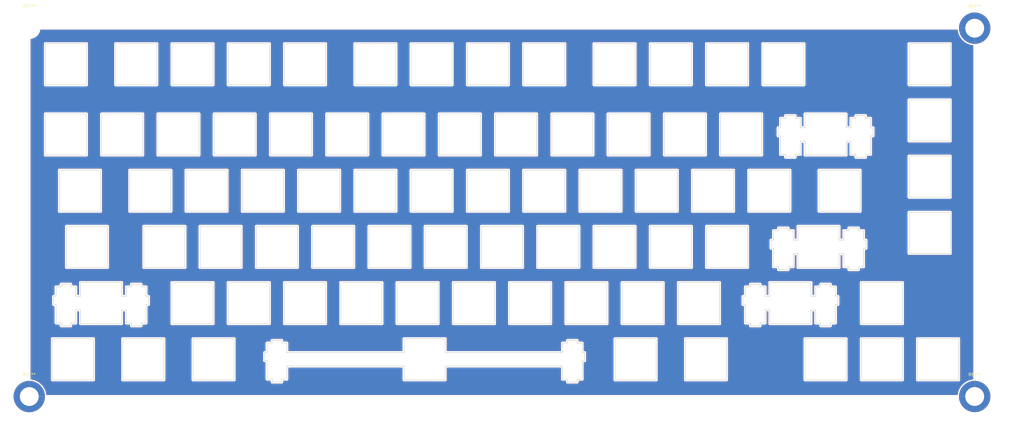
<source format=kicad_pcb>
(kicad_pcb (version 20211014) (generator pcbnew)
  (layers (0 "F.Cu" signal) (31 "B.Cu" signal) (34 "B.Paste" user) (35 "F.Paste" user) (36 "B.SilkS" user "B.Silkscreen") (37 "F.SilkS" user "F.Silkscreen") (38 "B.Mask" user) (39 "F.Mask" user) (44 "Edge.Cuts" user))
  (net 0 "")
  (footprint "" (layer "F.Cu") (at 371.494999 72.628)
    (fp_text reference "" (at 0 0) (layer "F.SilkS") (effects (font (size 1.27 1.27))))
    (fp_text value "" (at 0 0) (layer "F.SilkS") (effects (font (size 1.27 1.27))))
    (pad "1" thru_hole circle (at 0 0) (size 10.6 10.6) (drill 5.3) (layers F&B.Cu *.Mask))
  )
  (footprint "MountingHole:MountingHole_6.4mm_M6" (layer "F.Cu") (at 371.494999 72.628)
    (fp_text reference "REF**" (at 0 -7.4) (layer "F.SilkS"))
    (fp_text value "MountingHole_6.4mm_M6")
    (pad "" np_thru_hole circle (at 0 0) (size 6.4 6.4) (drill 6.4) (layers *.Cu *.Mask))
  )
  (footprint "MountingHole:MountingHole_6.4mm_M6" (layer "F.Cu") (at 371.494999 197.458)
    (fp_text reference "REF**" (at 0 -7.4) (layer "F.SilkS"))
    (fp_text value "MountingHole_6.4mm_M6")
    (pad "" np_thru_hole circle (at 0 0) (size 6.4 6.4) (drill 6.4) (layers *.Cu *.Mask))
  )
  (footprint "MountingHole:MountingHole_6.4mm_M6" (layer "F.Cu") (at 51.52 72.59)
    (fp_text reference "REF**" (at 0 -7.4) (layer "F.SilkS"))
    (fp_text value "MountingHole_6.4mm_M6")
    (pad "" np_thru_hole circle (at 0 0) (size 6.4 6.4) (drill 6.4) (layers *.Cu *.Mask))
  )
  (footprint "" (layer "F.Cu") (at 51.44 197.47)
    (fp_text reference "" (at 0 0) (layer "F.SilkS") (effects (font (size 1.27 1.27))))
    (fp_text value "" (at 0 0) (layer "F.SilkS") (effects (font (size 1.27 1.27))))
    (pad "1" thru_hole circle (at 0 0) (size 10.6 10.6) (drill 5.3) (layers F&B.Cu *.Mask))
  )
  (footprint "" (layer "F.Cu") (at 371.494999 197.458)
    (fp_text reference "" (at 0 0) (layer "F.SilkS") (effects (font (size 1.27 1.27))))
    (fp_text value "" (at 0 0) (layer "F.SilkS") (effects (font (size 1.27 1.27))))
    (pad "1" thru_hole circle (at 0 0) (size 10.6 10.6) (drill 5.3) (layers F&B.Cu *.Mask))
  )
  (footprint "MountingHole:MountingHole_6.4mm_M6" (layer "F.Cu") (at 51.44 197.47)
    (fp_text reference "REF**" (at 0 -7.4) (layer "F.SilkS"))
    (fp_text value "MountingHole_6.4mm_M6")
    (pad "" np_thru_hole circle (at 0 0) (size 6.4 6.4) (drill 6.4) (layers *.Cu *.Mask))
  )
  (gr_line (start 192.281 187.149998) (end 231.906 187.149998) (layer "Edge.Cuts") (width 0.188976))
  (gr_line (start 232.76301 120.700001) (end 232.76301 120.700001) (layer "Edge.Cuts") (width 0.188976))
  (gr_line (start 273.531 191.850003) (end 287.531 191.850003) (layer "Edge.Cuts") (width 0.188976))
  (gr_line (start 334.731012 147.250005) (end 334.731012 147.250005) (layer "Edge.Cuts") (width 0.188976))
  (gr_line (start 94.650007 91.838) (end 94.650007 91.838) (layer "Edge.Cuts") (width 0.188976))
  (gr_line (start 166.087008 101.65) (end 166.087008 101.65) (layer "Edge.Cuts") (width 0.188976))
  (gr_line (start 199.425013 153.750005) (end 199.425013 139.750005) (layer "Edge.Cuts") (width 0.188976))
  (gr_line (start 213.713007 134.700001) (end 213.713007 134.700001) (layer "Edge.Cuts") (width 0.188976))
  (gr_line (start 232.76301 91.838) (end 232.76301 77.838001) (layer "Edge.Cuts") (width 0.188976))
  (gr_line (start 189.900003 172.8) (end 189.900003 172.8) (layer "Edge.Cuts") (width 0.188976))
  (gr_line (start 329.538019 103.12) (end 329.538019 106.349999) (layer "Edge.Cuts") (width 0.188976))
  (gr_line (start 161.325006 139.750005) (end 161.325006 139.750005) (layer "Edge.Cuts") (width 0.188976))
  (gr_line (start 237.813013 120.700001) (end 237.813013 134.700001) (layer "Edge.Cuts") (width 0.188976))
  (gr_line (start 333.906 147.250005) (end 333.906 147.250005) (layer "Edge.Cuts") (width 0.188976))
  (gr_line (start 319.356012 159.350003) (end 319.356012 159.350003) (layer "Edge.Cuts") (width 0.188976))
  (gr_line (start 310.106012 141.219998) (end 308.379999 141.219998) (layer "Edge.Cuts") (width 0.188976))
  (gr_line (start 352.113001 191.850003) (end 366.113001 191.850003) (layer "Edge.Cuts") (width 0.188976))
  (gr_line (start 307.462 102.200001) (end 307.462 102.200001) (layer "Edge.Cuts") (width 0.188976))
  (gr_line (start 62.194006 173.55) (end 65.494005 173.55) (layer "Edge.Cuts") (width 0.188976))
  (gr_line (start 319.356012 159.350003) (end 319.356012 160.270001) (layer "Edge.Cuts") (width 0.188976))
  (gr_line (start 308.962 134.700001) (end 308.962 120.700001) (layer "Edge.Cuts") (width 0.188976))
  (gr_line (start 303.356012 144.450001) (end 302.531 144.450001) (layer "Edge.Cuts") (width 0.188976))
  (gr_line (start 136.931009 179.320004) (end 136.931009 179.320004) (layer "Edge.Cuts") (width 0.188976))
  (gr_line (start 261.62501 153.750005) (end 261.62501 153.750005) (layer "Edge.Cuts") (width 0.188976))
  (gr_line (start 108.938005 115.650002) (end 108.938005 101.65) (layer "Edge.Cuts") (width 0.188976))
  (gr_line (start 194.663004 120.700001) (end 180.663004 120.700001) (layer "Edge.Cuts") (width 0.188976))
  (gr_line (start 209.238001 115.650002) (end 209.238001 115.650002) (layer "Edge.Cuts") (width 0.188976))
  (gr_line (start 347.063013 191.850003) (end 347.063013 177.850003) (layer "Edge.Cuts") (width 0.188976))
  (gr_line (start 218.76301 77.838001) (end 218.76301 91.838) (layer "Edge.Cuts") (width 0.188976))
  (gr_line (start 302.531 144.450001) (end 302.531 147.250005) (layer "Edge.Cuts") (width 0.188976))
  (gr_line (start 204.188013 115.650002) (end 204.188013 115.650002) (layer "Edge.Cuts") (width 0.188976))
  (gr_line (start 247.050013 172.8) (end 247.050013 172.8) (layer "Edge.Cuts") (width 0.188976))
  (gr_line (start 60.469006 160.270001) (end 60.469006 163.500005) (layer "Edge.Cuts") (width 0.188976))
  (gr_line (start 285.150003 172.8) (end 285.150003 172.8) (layer "Edge.Cuts") (width 0.188976))
  (gr_line (start 175.613009 91.838) (end 175.613009 77.838001) (layer "Edge.Cuts") (width 0.188976))
  (gr_line (start 349.254999 91.838) (end 349.254999 91.838) (layer "Edge.Cuts") (width 0.188976))
  (gr_line (start 271.150003 158.8) (end 271.150003 172.8) (layer "Edge.Cuts") (width 0.188976))
  (gr_line (start 133.038004 101.65) (end 133.038004 115.650002) (layer "Edge.Cuts") (width 0.188976))
  (gr_line (start 152.087008 115.650002) (end 152.087008 115.650002) (layer "Edge.Cuts") (width 0.188976))
  (gr_line (start 312.488001 115.420003) (end 312.488001 110.950001) (layer "Edge.Cuts") (width 0.188976))
  (gr_line (start 137.800005 158.8) (end 137.800005 172.8) (layer "Edge.Cuts") (width 0.188976))
  (gr_line (start 310.106012 149.05) (end 310.106012 149.05) (layer "Edge.Cuts") (width 0.188976))
  (gr_line (start 287.531 191.850003) (end 287.531 177.850003) (layer "Edge.Cuts") (width 0.188976))
  (gr_line (start 325.206018 166.3) (end 325.206018 166.3) (layer "Edge.Cuts") (width 0.188976))
  (gr_line (start 318.775019 120.700001) (end 318.775019 134.700001) (layer "Edge.Cuts") (width 0.188976))
  (gr_line (start 312.488001 110.950001) (end 314.012995 110.950001) (layer "Edge.Cuts") (width 0.188976))
  (gr_line (start 166.087008 115.650002) (end 166.087008 101.65) (layer "Edge.Cuts") (width 0.188976))
  (gr_line (start 311.631006 153.750005) (end 325.631006 153.750005) (layer "Edge.Cuts") (width 0.188976))
  (gr_line (start 175.900003 172.8) (end 175.900003 172.8) (layer "Edge.Cuts") (width 0.188976))
  (gr_line (start 266.38801 115.650002) (end 266.38801 115.650002) (layer "Edge.Cuts") (width 0.188976))
  (gr_line (start 332.180994 153.520001) (end 333.906 153.520001) (layer "Edge.Cuts") (width 0.188976))
  (gr_line (start 178.280008 187.149998) (end 178.280008 187.149998) (layer "Edge.Cuts") (width 0.188976))
  (gr_line (start 85.994005 159.350003) (end 85.994005 160.270001) (layer "Edge.Cuts") (width 0.188976))
  (gr_line (start 285.438013 115.650002) (end 299.438013 115.650002) (layer "Edge.Cuts") (width 0.188976))
  (gr_line (start 300.581003 168.100003) (end 302.106012 168.100003) (layer "Edge.Cuts") (width 0.188976))
  (gr_line (start 303.356012 141.219998) (end 303.356012 141.219998) (layer "Edge.Cuts") (width 0.188976))
  (gr_line (start 352.113001 177.850003) (end 352.113001 191.850003) (layer "Edge.Cuts") (width 0.188976))
  (gr_line (start 233.631006 192.600003) (end 233.631006 192.600003) (layer "Edge.Cuts") (width 0.188976))
  (gr_line (start 310.106012 153.520001) (end 310.106012 153.520001) (layer "Edge.Cuts") (width 0.188976))
  (gr_line (start 61.600006 120.700001) (end 61.600006 134.700001) (layer "Edge.Cuts") (width 0.188976))
  (gr_line (start 332.775019 134.700001) (end 332.775019 134.700001) (layer "Edge.Cuts") (width 0.188976))
  (gr_line (start 249.719004 191.850003) (end 249.719004 191.850003) (layer "Edge.Cuts") (width 0.188976))
  (gr_line (start 242.575006 153.750005) (end 242.575006 153.750005) (layer "Edge.Cuts") (width 0.188976))
  (gr_line (start 118.463007 120.700001) (end 104.463007 120.700001) (layer "Edge.Cuts") (width 0.188976))
  (gr_line (start 275.62501 153.750005) (end 275.62501 153.750005) (layer "Edge.Cuts") (width 0.188976))
  (gr_line (start 156.850008 172.8) (end 170.850008 172.8) (layer "Edge.Cuts") (width 0.188976))
  (gr_line (start 305.738001 103.12) (end 305.738001 103.12) (layer "Edge.Cuts") (width 0.188976))
  (gr_line (start 270.863001 134.700001) (end 270.863001 134.700001) (layer "Edge.Cuts") (width 0.188976))
  (gr_line (start 232.76301 134.700001) (end 232.76301 120.700001) (layer "Edge.Cuts") (width 0.188976))
  (gr_line (start 123.225008 153.750005) (end 123.225008 139.750005) (layer "Edge.Cuts") (width 0.188976))
  (gr_line (start 147.038004 115.650002) (end 147.038004 115.650002) (layer "Edge.Cuts") (width 0.188976))
  (gr_line (start 287.531 177.850003) (end 287.531 177.850003) (layer "Edge.Cuts") (width 0.188976))
  (gr_line (start 70.838005 77.838001) (end 70.838005 77.838001) (layer "Edge.Cuts") (width 0.188976))
  (gr_line (start 316.106012 172.8) (end 316.106012 172.8) (layer "Edge.Cuts") (width 0.188976))
  (gr_line (start 317.631006 168.100003) (end 317.631006 172.570004) (layer "Edge.Cuts") (width 0.188976))
  (gr_line (start 131.906008 182.55) (end 131.081003 182.55) (layer "Edge.Cuts") (width 0.188976))
  (gr_line (start 138.656008 187.149998) (end 138.656008 187.149998) (layer "Edge.Cuts") (width 0.188976))
  (gr_line (start 314.012995 106.349999) (end 312.488001 106.349999) (layer "Edge.Cuts") (width 0.188976))
  (gr_line (start 332.180994 153.520001) (end 332.180994 153.520001) (layer "Edge.Cuts") (width 0.188976))
  (gr_line (start 305.738001 109.150002) (end 305.738001 115.420003) (layer "Edge.Cuts") (width 0.188976))
  (gr_line (start 133.038004 115.650002) (end 133.038004 115.650002) (layer "Edge.Cuts") (width 0.188976))
  (gr_line (start 175.613009 134.700001) (end 175.613009 134.700001) (layer "Edge.Cuts") (width 0.188976))
  (gr_line (start 334.563013 103.12) (end 334.563013 103.12) (layer "Edge.Cuts") (width 0.188976))
  (gr_line (start 285.150003 172.8) (end 285.150003 158.8) (layer "Edge.Cuts") (width 0.188976))
  (gr_line (start 310.106012 144.450001) (end 310.106012 141.219998) (layer "Edge.Cuts") (width 0.188976))
  (gr_line (start 65.494005 159.350003) (end 62.194006 159.350003) (layer "Edge.Cuts") (width 0.188976))
  (gr_line (start 317.631006 172.570004) (end 317.631006 172.570004) (layer "Edge.Cuts") (width 0.188976))
  (gr_line (start 280.675013 91.838) (end 280.675013 91.838) (layer "Edge.Cuts") (width 0.188976))
  (gr_line (start 82.744005 168.100003) (end 82.744005 168.100003) (layer "Edge.Cuts") (width 0.188976))
  (gr_line (start 275.62501 91.838) (end 275.62501 91.838) (layer "Edge.Cuts") (width 0.188976))
  (gr_line (start 308.962 120.700001) (end 308.962 120.700001) (layer "Edge.Cuts") (width 0.188976))
  (gr_line (start 152.087008 115.650002) (end 166.087008 115.650002) (layer "Edge.Cuts") (width 0.188976))
  (gr_line (start 363.254999 115.938) (end 363.254999 115.938) (layer "Edge.Cuts") (width 0.188976))
  (gr_line (start 113.700006 172.8) (end 113.700006 158.8) (layer "Edge.Cuts") (width 0.188976))
  (gr_line (start 275.913004 134.700001) (end 275.913004 134.700001) (layer "Edge.Cuts") (width 0.188976))
  (gr_line (start 332.180994 154.500005) (end 332.180994 154.500005) (layer "Edge.Cuts") (width 0.188976))
  (gr_line (start 328.881006 140.3) (end 328.881006 141.219998) (layer "Edge.Cuts") (width 0.188976))
  (gr_line (start 70.838005 115.650002) (end 70.838005 115.650002) (layer "Edge.Cuts") (width 0.188976))
  (gr_line (start 305.081003 140.3) (end 305.081003 141.219998) (layer "Edge.Cuts") (width 0.188976))
  (gr_line (start 293.831003 160.270001) (end 293.831003 163.500005) (layer "Edge.Cuts") (width 0.188976))
  (gr_line (start 325.631006 153.750005) (end 325.631006 153.750005) (layer "Edge.Cuts") (width 0.188976))
  (gr_line (start 131.906008 182.55) (end 131.906008 182.55) (layer "Edge.Cuts") (width 0.188976))
  (gr_line (start 329.538019 106.349999) (end 329.538019 106.349999) (layer "Edge.Cuts") (width 0.188976))
  (gr_line (start 314.012995 177.850003) (end 314.012995 191.850003) (layer "Edge.Cuts") (width 0.188976))
  (gr_line (start 109.225004 153.750005) (end 123.225008 153.750005) (layer "Edge.Cuts") (width 0.188976))
  (gr_line (start 80.650005 77.838001) (end 80.650005 91.838) (layer "Edge.Cuts") (width 0.188976))
  (gr_line (start 223.525003 153.750005) (end 223.525003 153.750005) (layer "Edge.Cuts") (width 0.188976))
  (gr_line (start 316.106012 168.100003) (end 317.631006 168.100003) (layer "Edge.Cuts") (width 0.188976))
  (gr_line (start 85.994005 159.350003) (end 85.994005 159.350003) (layer "Edge.Cuts") (width 0.188976))
  (gr_line (start 70.838005 115.650002) (end 70.838005 101.65) (layer "Edge.Cuts") (width 0.188976))
  (gr_line (start 84.269007 160.270001) (end 84.269007 160.270001) (layer "Edge.Cuts") (width 0.188976))
  (gr_line (start 333.063013 191.850003) (end 347.063013 191.850003) (layer "Edge.Cuts") (width 0.188976))
  (gr_line (start 175.613009 77.838001) (end 161.613009 77.838001) (layer "Edge.Cuts") (width 0.188976))
  (gr_line (start 77.981007 153.750005) (end 77.981007 153.750005) (layer "Edge.Cuts") (width 0.188976))
  (gr_line (start 275.913004 134.700001) (end 289.913004 134.700001) (layer "Edge.Cuts") (width 0.188976))
  (gr_line (start 65.494005 160.270001) (end 65.494005 159.350003) (layer "Edge.Cuts") (width 0.188976))
  (gr_line (start 73.219006 191.850003) (end 73.219006 191.850003) (layer "Edge.Cuts") (width 0.188976))
  (gr_line (start 285.150003 158.8) (end 285.150003 158.8) (layer "Edge.Cuts") (width 0.188976))
  (gr_line (start 316.106012 172.8) (end 316.106012 168.100003) (layer "Edge.Cuts") (width 0.188976))
  (gr_line (start 285.150003 158.8) (end 271.150003 158.8) (layer "Edge.Cuts") (width 0.188976))
  (gr_line (start 142.275003 153.750005) (end 142.275003 139.750005) (layer "Edge.Cuts") (width 0.188976))
  (gr_line (start 233.050013 158.8) (end 233.050013 172.8) (layer "Edge.Cuts") (width 0.188976))
  (gr_line (start 308.379999 141.219998) (end 308.379999 141.219998) (layer "Edge.Cuts") (width 0.188976))
  (gr_line (start 238.656 182.55) (end 238.656 179.320004) (layer "Edge.Cuts") (width 0.188976))
  (gr_line (start 190.188013 115.650002) (end 204.188013 115.650002) (layer "Edge.Cuts") (width 0.188976))
  (gr_line (start 280.675013 77.838001) (end 280.675013 91.838) (layer "Edge.Cuts") (width 0.188976))
  (gr_line (start 256.575006 153.750005) (end 256.575006 139.750005) (layer "Edge.Cuts") (width 0.188976))
  (gr_line (start 178.280008 191.850003) (end 178.280008 191.850003) (layer "Edge.Cuts") (width 0.188976))
  (gr_line (start 118.463007 134.700001) (end 118.463007 120.700001) (layer "Edge.Cuts") (width 0.188976))
  (gr_line (start 231.906 191.62) (end 233.631006 191.62) (layer "Edge.Cuts") (width 0.188976))
  (gr_line (start 313.725 91.838) (end 313.725 91.838) (layer "Edge.Cuts") (width 0.188976))
  (gr_line (start 151.800005 91.838) (end 151.800005 77.838001) (layer "Edge.Cuts") (width 0.188976))
  (gr_line (start 208.950006 172.8) (end 208.950006 158.8) (layer "Edge.Cuts") (width 0.188976))
  (gr_line (start 329.538019 110.950001) (end 329.538019 115.420003) (layer "Edge.Cuts") (width 0.188976))
  (gr_line (start 275.62501 77.838001) (end 261.62501 77.838001) (layer "Edge.Cuts") (width 0.188976))
  (gr_line (start 328.012995 115.650002) (end 328.012995 110.950001) (layer "Edge.Cuts") (width 0.188976))
  (gr_line (start 108.938005 115.650002) (end 108.938005 115.650002) (layer "Edge.Cuts") (width 0.188976))
  (gr_line (start 232.76301 77.838001) (end 218.76301 77.838001) (layer "Edge.Cuts") (width 0.188976))
  (gr_line (start 313.725 77.838001) (end 313.725 77.838001) (layer "Edge.Cuts") (width 0.188976))
  (gr_line (start 332.775019 120.700001) (end 332.775019 120.700001) (layer "Edge.Cuts") (width 0.188976))
  (gr_line (start 199.425013 139.750005) (end 199.425013 139.750005) (layer "Edge.Cuts") (width 0.188976))
  (gr_line (start 133.038004 115.650002) (end 147.038004 115.650002) (layer "Edge.Cuts") (width 0.188976))
  (gr_line (start 298.856012 172.570004) (end 298.856012 172.570004) (layer "Edge.Cuts") (width 0.188976))
  (gr_line (start 65.494005 172.570004) (end 67.219006 172.570004) (layer "Edge.Cuts") (width 0.188976))
  (gr_line (start 208.950006 172.8) (end 208.950006 172.8) (layer "Edge.Cuts") (width 0.188976))
  (gr_line (start 247.338007 115.650002) (end 261.338007 115.650002) (layer "Edge.Cuts") (width 0.188976))
  (gr_line (start 73.219006 177.850003) (end 59.219006 177.850003) (layer "Edge.Cuts") (width 0.188976))
  (gr_line (start 305.738001 115.420003) (end 307.462 115.420003) (layer "Edge.Cuts") (width 0.188976))
  (gr_line (start 247.050013 172.8) (end 247.050013 158.8) (layer "Edge.Cuts") (width 0.188976))
  (gr_line (start 118.463007 120.700001) (end 118.463007 120.700001) (layer "Edge.Cuts") (width 0.188976))
  (gr_line (start 131.906008 179.320004) (end 131.906008 179.320004) (layer "Edge.Cuts") (width 0.188976))
  (gr_line (start 97.031008 177.850003) (end 97.031008 177.850003) (layer "Edge.Cuts") (width 0.188976))
  (gr_line (start 89.294004 160.270001) (end 89.294004 159.350003) (layer "Edge.Cuts") (width 0.188976))
  (gr_line (start 304.913004 106.349999) (end 304.913004 106.349999) (layer "Edge.Cuts") (width 0.188976))
  (gr_line (start 232.76301 77.838001) (end 232.76301 77.838001) (layer "Edge.Cuts") (width 0.188976))
  (gr_line (start 238.656 185.350003) (end 239.481012 185.350003) (layer "Edge.Cuts") (width 0.188976))
  (gr_line (start 328.881006 154.500005) (end 328.881006 154.500005) (layer "Edge.Cuts") (width 0.188976))
  (gr_line (start 310.106012 153.520001) (end 310.106012 149.05) (layer "Edge.Cuts") (width 0.188976))
  (gr_line (start 213.713007 91.838) (end 213.713007 91.838) (layer "Edge.Cuts") (width 0.188976))
  (gr_line (start 261.62501 153.750005) (end 275.62501 153.750005) (layer "Edge.Cuts") (width 0.188976))
  (gr_line (start 137.800005 172.8) (end 151.800005 172.8) (layer "Edge.Cuts") (width 0.188976))
  (gr_line (start 185.425013 139.750005) (end 185.425013 153.750005) (layer "Edge.Cuts") (width 0.188976))
  (gr_line (start 347.063013 191.850003) (end 347.063013 191.850003) (layer "Edge.Cuts") (width 0.188976))
  (gr_line (start 308.379999 140.3) (end 308.379999 140.3) (layer "Edge.Cuts") (width 0.188976))
  (gr_line (start 242.288004 101.65) (end 242.288004 101.65) (layer "Edge.Cuts") (width 0.188976))
  (gr_line (start 131.081003 182.55) (end 131.081003 185.350003) (layer "Edge.Cuts") (width 0.188976))
  (gr_line (start 65.494005 173.55) (end 65.494005 173.55) (layer "Edge.Cuts") (width 0.188976))
  (gr_line (start 275.62501 139.750005) (end 275.62501 139.750005) (layer "Edge.Cuts") (width 0.188976))
  (gr_line (start 263.719004 177.850003) (end 249.719004 177.850003) (layer "Edge.Cuts") (width 0.188976))
  (gr_line (start 218.475 139.750005) (end 218.475 139.750005) (layer "Edge.Cuts") (width 0.188976))
  (gr_line (start 175.900003 172.8) (end 189.900003 172.8) (layer "Edge.Cuts") (width 0.188976))
  (gr_line (start 63.981006 139.750005) (end 63.981006 153.750005) (layer "Edge.Cuts") (width 0.188976))
  (gr_line (start 91.019007 160.270001) (end 91.019007 160.270001) (layer "Edge.Cuts") (width 0.188976))
  (gr_line (start 238.656 179.320004) (end 238.656 179.320004) (layer "Edge.Cuts") (width 0.188976))
  (gr_line (start 67.219006 163.500005) (end 67.219006 163.500005) (layer "Edge.Cuts") (width 0.188976))
  (gr_line (start 192.281 177.850003) (end 192.281 177.850003) (layer "Edge.Cuts") (width 0.188976))
  (gr_line (start 322.656 173.55) (end 322.656 173.55) (layer "Edge.Cuts") (width 0.188976))
  (gr_line (start 99.700006 91.838) (end 99.700006 91.838) (layer "Edge.Cuts") (width 0.188976))
  (gr_line (start 261.62501 139.750005) (end 261.62501 153.750005) (layer "Edge.Cuts") (width 0.188976))
  (gr_line (start 199.713007 91.838) (end 213.713007 91.838) (layer "Edge.Cuts") (width 0.188976))
  (gr_line (start 327.156 153.520001) (end 327.156 153.520001) (layer "Edge.Cuts") (width 0.188976))
  (gr_line (start 261.62501 91.838) (end 261.62501 91.838) (layer "Edge.Cuts") (width 0.188976))
  (gr_line (start 336.288019 115.420003) (end 336.288019 109.150002) (layer "Edge.Cuts") (width 0.188976))
  (gr_line (start 62.194006 160.270001) (end 60.469006 160.270001) (layer "Edge.Cuts") (width 0.188976))
  (gr_line (start 223.525003 139.750005) (end 223.525003 153.750005) (layer "Edge.Cuts") (width 0.188976))
  (gr_line (start 161.613009 134.700001) (end 161.613009 134.700001) (layer "Edge.Cuts") (width 0.188976))
  (gr_line (start 314.012995 191.850003) (end 314.012995 191.850003) (layer "Edge.Cuts") (width 0.188976))
  (gr_line (start 89.888006 101.65) (end 75.888006 101.65) (layer "Edge.Cuts") (width 0.188976))
  (gr_line (start 137.513002 134.700001) (end 137.513002 134.700001) (layer "Edge.Cuts") (width 0.188976))
  (gr_line (start 295.556009 173.55) (end 298.856012 173.55) (layer "Edge.Cuts") (width 0.188976))
  (gr_line (start 313.725 77.838001) (end 299.725 77.838001) (layer "Edge.Cuts") (width 0.188976))
  (gr_line (start 161.613009 120.700001) (end 161.613009 134.700001) (layer "Edge.Cuts") (width 0.188976))
  (gr_line (start 332.180994 154.500005) (end 332.180994 153.520001) (layer "Edge.Cuts") (width 0.188976))
  (gr_line (start 310.106012 144.450001) (end 310.106012 144.450001) (layer "Edge.Cuts") (width 0.188976))
  (gr_line (start 70.838005 77.838001) (end 56.838006 77.838001) (layer "Edge.Cuts") (width 0.188976))
  (gr_line (start 331.262995 115.420003) (end 331.262995 116.400002) (layer "Edge.Cuts") (width 0.188976))
  (gr_line (start 80.650005 91.838) (end 80.650005 91.838) (layer "Edge.Cuts") (width 0.188976))
  (gr_line (start 300.581003 160.270001) (end 298.856012 160.270001) (layer "Edge.Cuts") (width 0.188976))
  (gr_line (start 311.631006 153.750005) (end 311.631006 153.750005) (layer "Edge.Cuts") (width 0.188976))
  (gr_line (start 324.381006 163.500005) (end 324.381006 163.500005) (layer "Edge.Cuts") (width 0.188976))
  (gr_line (start 85.994005 160.270001) (end 84.269007 160.270001) (layer "Edge.Cuts") (width 0.188976))
  (gr_line (start 132.75001 172.8) (end 132.75001 172.8) (layer "Edge.Cuts") (width 0.188976))
  (gr_line (start 236.931009 192.600003) (end 236.931009 192.600003) (layer "Edge.Cuts") (width 0.188976))
  (gr_line (start 324.381006 166.3) (end 324.381006 166.3) (layer "Edge.Cuts") (width 0.188976))
  (gr_line (start 85.994005 160.270001) (end 85.994005 160.270001) (layer "Edge.Cuts") (width 0.188976))
  (gr_line (start 142.563005 134.700001) (end 142.563005 134.700001) (layer "Edge.Cuts") (width 0.188976))
  (gr_line (start 175.613009 120.700001) (end 161.613009 120.700001) (layer "Edge.Cuts") (width 0.188976))
  (gr_line (start 263.719004 177.850003) (end 263.719004 177.850003) (layer "Edge.Cuts") (width 0.188976))
  (gr_line (start 132.75001 158.8) (end 132.75001 158.8) (layer "Edge.Cuts") (width 0.188976))
  (gr_line (start 63.981006 153.750005) (end 63.981006 153.750005) (layer "Edge.Cuts") (width 0.188976))
  (gr_line (start 334.563013 116.400002) (end 334.563013 115.420003) (layer "Edge.Cuts") (width 0.188976))
  (gr_line (start 218.76301 91.838) (end 218.76301 91.838) (layer "Edge.Cuts") (width 0.188976))
  (gr_line (start 252.1 172.8) (end 266.1 172.8) (layer "Edge.Cuts") (width 0.188976))
  (gr_line (start 266.1 172.8) (end 266.1 158.8) (layer "Edge.Cuts") (width 0.188976))
  (gr_line (start 113.700006 91.838) (end 113.700006 91.838) (layer "Edge.Cuts") (width 0.188976))
  (gr_line (start 311.631006 149.05) (end 311.631006 149.05) (layer "Edge.Cuts") (width 0.188976))
  (gr_line (start 128.275003 153.750005) (end 128.275003 153.750005) (layer "Edge.Cuts") (width 0.188976))
  (gr_line (start 303.356012 141.219998) (end 303.356012 144.450001) (layer "Edge.Cuts") (width 0.188976))
  (gr_line (start 236.931009 179.320004) (end 236.931009 178.399998) (layer "Edge.Cuts") (width 0.188976))
  (gr_line (start 295.556009 173.55) (end 295.556009 173.55) (layer "Edge.Cuts") (width 0.188976))
  (gr_line (start 85.994005 173.55) (end 89.294004 173.55) (layer "Edge.Cuts") (width 0.188976))
  (gr_line (start 331.262995 102.200001) (end 331.262995 102.200001) (layer "Edge.Cuts") (width 0.188976))
  (gr_line (start 90.175005 153.750005) (end 90.175005 153.750005) (layer "Edge.Cuts") (width 0.188976))
  (gr_line (start 280.38801 101.65) (end 266.38801 101.65) (layer "Edge.Cuts") (width 0.188976))
  (gr_line (start 180.663004 120.700001) (end 180.663004 134.700001) (layer "Edge.Cuts") (width 0.188976))
  (gr_line (start 251.813013 120.700001) (end 251.813013 120.700001) (layer "Edge.Cuts") (width 0.188976))
  (gr_line (start 310.762995 116.400002) (end 310.762995 116.400002) (layer "Edge.Cuts") (width 0.188976))
  (gr_line (start 289.913004 134.700001) (end 289.913004 134.700001) (layer "Edge.Cuts") (width 0.188976))
  (gr_line (start 334.731012 144.450001) (end 333.906 144.450001) (layer "Edge.Cuts") (width 0.188976))
  (gr_line (start 60.469006 166.3) (end 60.469006 166.3) (layer "Edge.Cuts") (width 0.188976))
  (gr_line (start 199.713007 120.700001) (end 199.713007 134.700001) (layer "Edge.Cuts") (width 0.188976))
  (gr_line (start 300.581003 160.270001) (end 300.581003 160.270001) (layer "Edge.Cuts") (width 0.188976))
  (gr_line (start 300.581003 163.500005) (end 300.581003 163.500005) (layer "Edge.Cuts") (width 0.188976))
  (gr_line (start 62.194006 172.570004) (end 62.194006 172.570004) (layer "Edge.Cuts") (width 0.188976))
  (gr_line (start 252.1 158.8) (end 252.1 172.8) (layer "Edge.Cuts") (width 0.188976))
  (gr_line (start 185.13801 115.650002) (end 185.13801 101.65) (layer "Edge.Cuts") (width 0.188976))
  (gr_line (start 223.238001 101.65) (end 209.238001 101.65) (layer "Edge.Cuts") (width 0.188976))
  (gr_line (start 280.38801 101.65) (end 280.38801 101.65) (layer "Edge.Cuts") (width 0.188976))
  (gr_line (start 311.631006 144.450001) (end 311.631006 144.450001) (layer "Edge.Cuts") (width 0.188976))
  (gr_line (start 185.13801 115.650002) (end 185.13801 115.650002) (layer "Edge.Cuts") (width 0.188976))
  (gr_line (start 113.700006 77.838001) (end 113.700006 77.838001) (layer "Edge.Cuts") (width 0.188976))
  (gr_line (start 91.019007 163.500005) (end 91.019007 163.500005) (layer "Edge.Cuts") (width 0.188976))
  (gr_line (start 75.888006 115.650002) (end 89.888006 115.650002) (layer "Edge.Cuts") (width 0.188976))
  (gr_line (start 108.938005 101.65) (end 94.938005 101.65) (layer "Edge.Cuts") (width 0.188976))
  (gr_line (start 67.219006 168.100003) (end 67.219006 168.100003) (layer "Edge.Cuts") (width 0.188976))
  (gr_line (start 231.906 187.149998) (end 231.906 191.62) (layer "Edge.Cuts") (width 0.188976))
  (gr_line (start 305.738001 106.349999) (end 304.913004 106.349999) (layer "Edge.Cuts") (width 0.188976))
  (gr_line (start 349.254999 134.988004) (end 349.254999 148.988004) (layer "Edge.Cuts") (width 0.188976))
  (gr_line (start 204.188013 101.65) (end 204.188013 101.65) (layer "Edge.Cuts") (width 0.188976))
  (gr_line (start 94.938005 115.650002) (end 108.938005 115.650002) (layer "Edge.Cuts") (width 0.188976))
  (gr_line (start 316.106012 158.8) (end 302.106012 158.8) (layer "Edge.Cuts") (width 0.188976))
  (gr_line (start 302.106012 163.500005) (end 302.106012 163.500005) (layer "Edge.Cuts") (width 0.188976))
  (gr_line (start 180.37501 153.750005) (end 180.37501 153.750005) (layer "Edge.Cuts") (width 0.188976))
  (gr_line (start 237.525003 139.750005) (end 237.525003 139.750005) (layer "Edge.Cuts") (width 0.188976))
  (gr_line (start 56.838006 91.838) (end 56.838006 91.838) (layer "Edge.Cuts") (width 0.188976))
  (gr_line (start 104.175005 139.750005) (end 104.175005 139.750005) (layer "Edge.Cuts") (width 0.188976))
  (gr_line (start 333.906 144.450001) (end 333.906 141.219998) (layer "Edge.Cuts") (width 0.188976))
  (gr_line (start 334.563013 115.420003) (end 334.563013 115.420003) (layer "Edge.Cuts") (width 0.188976))
  (gr_line (start 108.938005 101.65) (end 108.938005 101.65) (layer "Edge.Cuts") (width 0.188976))
  (gr_line (start 99.700006 172.8) (end 99.700006 172.8) (layer "Edge.Cuts") (width 0.188976))
  (gr_line (start 166.37501 153.750005) (end 180.37501 153.750005) (layer "Edge.Cuts") (width 0.188976))
  (gr_line (start 199.713007 134.700001) (end 199.713007 134.700001) (layer "Edge.Cuts") (width 0.188976))
  (gr_line (start 256.575006 77.838001) (end 256.575006 77.838001) (layer "Edge.Cuts") (width 0.188976))
  (gr_line (start 137.513002 120.700001) (end 123.513002 120.700001) (layer "Edge.Cuts") (width 0.188976))
  (gr_line (start 328.881006 153.520001) (end 328.881006 153.520001) (layer "Edge.Cuts") (width 0.188976))
  (gr_line (start 231.906 182.55) (end 192.281 182.55) (layer "Edge.Cuts") (width 0.188976))
  (gr_line (start 223.238001 115.650002) (end 223.238001 115.650002) (layer "Edge.Cuts") (width 0.188976))
  (gr_line (start 307.462 116.400002) (end 310.762995 116.400002) (layer "Edge.Cuts") (width 0.188976))
  (gr_line (start 132.75001 91.838) (end 132.75001 77.838001) (layer "Edge.Cuts") (width 0.188976))
  (gr_line (start 204.475 139.750005) (end 204.475 153.750005) (layer "Edge.Cuts") (width 0.188976))
  (gr_line (start 299.438013 101.65) (end 285.438013 101.65) (layer "Edge.Cuts") (width 0.188976))
  (gr_line (start 314.012995 110.950001) (end 314.012995 110.950001) (layer "Edge.Cuts") (width 0.188976))
  (gr_line (start 60.469006 172.570004) (end 62.194006 172.570004) (layer "Edge.Cuts") (width 0.188976))
  (gr_line (start 118.75001 172.8) (end 132.75001 172.8) (layer "Edge.Cuts") (width 0.188976))
  (gr_line (start 113.700006 158.8) (end 113.700006 158.8) (layer "Edge.Cuts") (width 0.188976))
  (gr_line (start 366.113001 191.850003) (end 366.113001 177.850003) (layer "Edge.Cuts") (width 0.188976))
  (gr_line (start 123.513002 134.700001) (end 123.513002 134.700001) (layer "Edge.Cuts") (width 0.188976))
  (gr_line (start 314.012995 115.650002) (end 328.012995 115.650002) (layer "Edge.Cuts") (width 0.188976))
  (gr_line (start 67.219006 168.100003) (end 68.744005 168.100003) (layer "Edge.Cuts") (width 0.188976))
  (gr_line (start 334.731012 144.450001) (end 334.731012 144.450001) (layer "Edge.Cuts") (width 0.188976))
  (gr_line (start 311.631006 139.750005) (end 311.631006 144.450001) (layer "Edge.Cuts") (width 0.188976))
  (gr_line (start 137.513002 134.700001) (end 137.513002 120.700001) (layer "Edge.Cuts") (width 0.188976))
  (gr_line (start 329.538019 106.349999) (end 328.012995 106.349999) (layer "Edge.Cuts") (width 0.188976))
  (gr_line (start 314.012995 106.349999) (end 314.012995 106.349999) (layer "Edge.Cuts") (width 0.188976))
  (gr_line (start 97.031008 191.850003) (end 97.031008 191.850003) (layer "Edge.Cuts") (width 0.188976))
  (gr_line (start 328.012995 106.349999) (end 328.012995 106.349999) (layer "Edge.Cuts") (width 0.188976))
  (gr_line (start 325.631006 144.450001) (end 325.631006 144.450001) (layer "Edge.Cuts") (width 0.188976))
  (gr_line (start 294.675013 91.838) (end 294.675013 91.838) (layer "Edge.Cuts") (width 0.188976))
  (gr_line (start 123.513002 120.700001) (end 123.513002 134.700001) (layer "Edge.Cuts") (width 0.188976))
  (gr_line (start 239.481012 185.350003) (end 239.481012 182.55) (layer "Edge.Cuts") (width 0.188976))
  (gr_line (start 247.050013 158.8) (end 247.050013 158.8) (layer "Edge.Cuts") (width 0.188976))
  (gr_line (start 59.644006 163.500005) (end 59.644006 166.3) (layer "Edge.Cuts") (width 0.188976))
  (gr_line (start 85.413008 134.700001) (end 99.413008 134.700001) (layer "Edge.Cuts") (width 0.188976))
  (gr_line (start 185.13801 101.65) (end 185.13801 101.65) (layer "Edge.Cuts") (width 0.188976))
  (gr_line (start 294.963007 134.700001) (end 294.963007 134.700001) (layer "Edge.Cuts") (width 0.188976))
  (gr_line (start 175.613009 120.700001) (end 175.613009 120.700001) (layer "Edge.Cuts") (width 0.188976))
  (gr_line (start 228.00001 172.8) (end 228.00001 158.8) (layer "Edge.Cuts") (width 0.188976))
  (gr_line (start 310.762995 116.400002) (end 310.762995 115.420003) (layer "Edge.Cuts") (width 0.188976))
  (gr_line (start 328.012995 115.650002) (end 328.012995 115.650002) (layer "Edge.Cuts") (width 0.188976))
  (gr_line (start 236.931009 179.320004) (end 236.931009 179.320004) (layer "Edge.Cuts") (width 0.188976))
  (gr_line (start 298.856012 173.55) (end 298.856012 173.55) (layer "Edge.Cuts") (width 0.188976))
  (gr_line (start 329.538019 115.420003) (end 329.538019 115.420003) (layer "Edge.Cuts") (width 0.188976))
  (gr_line (start 251.813013 134.700001) (end 251.813013 134.700001) (layer "Edge.Cuts") (width 0.188976))
  (gr_line (start 293.831003 172.570004) (end 293.831003 172.570004) (layer "Edge.Cuts") (width 0.188976))
  (gr_line (start 298.856012 172.570004) (end 300.581003 172.570004) (layer "Edge.Cuts") (width 0.188976))
  (gr_line (start 133.631006 178.399998) (end 133.631006 178.399998) (layer "Edge.Cuts") (width 0.188976))
  (gr_line (start 170.850008 172.8) (end 170.850008 172.8) (layer "Edge.Cuts") (width 0.188976))
  (gr_line (start 133.631006 191.62) (end 133.631006 192.600003) (layer "Edge.Cuts") (width 0.188976))
  (gr_line (start 166.087008 101.65) (end 152.087008 101.65) (layer "Edge.Cuts") (width 0.188976))
  (gr_line (start 90.175005 139.750005) (end 90.175005 153.750005) (layer "Edge.Cuts") (width 0.188976))
  (gr_line (start 142.275003 153.750005) (end 142.275003 153.750005) (layer "Edge.Cuts") (width 0.188976))
  (gr_line (start 261.338007 101.65) (end 261.338007 101.65) (layer "Edge.Cuts") (width 0.188976))
  (gr_line (start 328.012995 106.349999) (end 328.012995 101.65) (layer "Edge.Cuts") (width 0.188976))
  (gr_line (start 199.713007 134.700001) (end 213.713007 134.700001) (layer "Edge.Cuts") (width 0.188976))
  (gr_line (start 270.863001 120.700001) (end 256.863001 120.700001) (layer "Edge.Cuts") (width 0.188976))
  (gr_line (start 333.063013 172.8) (end 347.063013 172.8) (layer "Edge.Cuts") (width 0.188976))
  (gr_line (start 325.206018 166.3) (end 325.206018 163.500005) (layer "Edge.Cuts") (width 0.188976))
  (gr_line (start 156.850008 158.8) (end 156.850008 172.8) (layer "Edge.Cuts") (width 0.188976))
  (gr_line (start 128.275003 139.750005) (end 128.275003 153.750005) (layer "Edge.Cuts") (width 0.188976))
  (gr_line (start 82.744005 172.8) (end 82.744005 172.8) (layer "Edge.Cuts") (width 0.188976))
  (gr_line (start 327.156 144.450001) (end 327.156 144.450001) (layer "Edge.Cuts") (width 0.188976))
  (gr_line (start 324.381006 166.3) (end 325.206018 166.3) (layer "Edge.Cuts") (width 0.188976))
  (gr_line (start 307.462 103.12) (end 307.462 103.12) (layer "Edge.Cuts") (width 0.188976))
  (gr_line (start 242.575006 139.750005) (end 242.575006 153.750005) (layer "Edge.Cuts") (width 0.188976))
  (gr_line (start 298.856012 160.270001) (end 298.856012 160.270001) (layer "Edge.Cuts") (width 0.188976))
  (gr_line (start 151.800005 172.8) (end 151.800005 158.8) (layer "Edge.Cuts") (width 0.188976))
  (gr_line (start 363.254999 110.888001) (end 363.254999 96.888001) (layer "Edge.Cuts") (width 0.188976))
  (gr_line (start 223.238001 115.650002) (end 223.238001 101.65) (layer "Edge.Cuts") (width 0.188976))
  (gr_line (start 329.538019 103.12) (end 329.538019 103.12) (layer "Edge.Cuts") (width 0.188976))
  (gr_line (start 208.950006 158.8) (end 194.950006 158.8) (layer "Edge.Cuts") (width 0.188976))
  (gr_line (start 91.844007 166.3) (end 91.844007 166.3) (layer "Edge.Cuts") (width 0.188976))
  (gr_line (start 233.631006 191.62) (end 233.631006 192.600003) (layer "Edge.Cuts") (width 0.188976))
  (gr_line (start 127.988009 115.650002) (end 127.988009 115.650002) (layer "Edge.Cuts") (width 0.188976))
  (gr_line (start 138.656008 191.62) (end 138.656008 191.62) (layer "Edge.Cuts") (width 0.188976))
  (gr_line (start 293.831003 166.3) (end 293.831003 166.3) (layer "Edge.Cuts") (width 0.188976))
  (gr_line (start 190.188013 101.65) (end 190.188013 115.650002) (layer "Edge.Cuts") (width 0.188976))
  (gr_line (start 84.269007 168.100003) (end 84.269007 168.100003) (layer "Edge.Cuts") (width 0.188976))
  (gr_line (start 59.219006 191.850003) (end 73.219006 191.850003) (layer "Edge.Cuts") (width 0.188976))
  (gr_line (start 189.900003 158.8) (end 189.900003 158.8) (layer "Edge.Cuts") (width 0.188976))
  (gr_line (start 99.413008 134.700001) (end 99.413008 134.700001) (layer "Edge.Cuts") (width 0.188976))
  (gr_line (start 314.012995 101.65) (end 314.012995 106.349999) (layer "Edge.Cuts") (width 0.188976))
  (gr_line (start 314.012995 191.850003) (end 328.012995 191.850003) (layer "Edge.Cuts") (width 0.188976))
  (gr_line (start 289.913004 120.700001) (end 275.913004 120.700001) (layer "Edge.Cuts") (width 0.188976))
  (gr_line (start 298.856012 159.350003) (end 298.856012 159.350003) (layer "Edge.Cuts") (width 0.188976))
  (gr_line (start 261.338007 115.650002) (end 261.338007 101.65) (layer "Edge.Cuts") (width 0.188976))
  (gr_line (start 62.194006 160.270001) (end 62.194006 160.270001) (layer "Edge.Cuts") (width 0.188976))
  (gr_line (start 363.254999 148.988004) (end 363.254999 148.988004) (layer "Edge.Cuts") (width 0.188976))
  (gr_line (start 209.238001 115.650002) (end 223.238001 115.650002) (layer "Edge.Cuts") (width 0.188976))
  (gr_line (start 213.713007 134.700001) (end 213.713007 120.700001) (layer "Edge.Cuts") (width 0.188976))
  (gr_line (start 180.37501 139.750005) (end 166.37501 139.750005) (layer "Edge.Cuts") (width 0.188976))
  (gr_line (start 331.262995 103.12) (end 329.538019 103.12) (layer "Edge.Cuts") (width 0.188976))
  (gr_line (start 366.113001 191.850003) (end 366.113001 191.850003) (layer "Edge.Cuts") (width 0.188976))
  (gr_line (start 113.988009 115.650002) (end 127.988009 115.650002) (layer "Edge.Cuts") (width 0.188976))
  (gr_line (start 334.563013 102.200001) (end 331.262995 102.200001) (layer "Edge.Cuts") (width 0.188976))
  (gr_line (start 170.850008 158.8) (end 170.850008 158.8) (layer "Edge.Cuts") (width 0.188976))
  (gr_line (start 261.62501 77.838001) (end 261.62501 91.838) (layer "Edge.Cuts") (width 0.188976))
  (gr_line (start 336.288019 106.349999) (end 336.288019 106.349999) (layer "Edge.Cuts") (width 0.188976))
  (gr_line (start 322.656 172.570004) (end 324.381006 172.570004) (layer "Edge.Cuts") (width 0.188976))
  (gr_line (start 363.254999 110.888001) (end 363.254999 110.888001) (layer "Edge.Cuts") (width 0.188976))
  (gr_line (start 295.556009 160.270001) (end 295.556009 160.270001) (layer "Edge.Cuts") (width 0.188976))
  (gr_line (start 294.675013 77.838001) (end 294.675013 77.838001) (layer "Edge.Cuts") (width 0.188976))
  (gr_line (start 233.631006 178.399998) (end 233.631006 179.320004) (layer "Edge.Cuts") (width 0.188976))
  (gr_line (start 185.425013 153.750005) (end 185.425013 153.750005) (layer "Edge.Cuts") (width 0.188976))
  (gr_line (start 213.713007 77.838001) (end 213.713007 77.838001) (layer "Edge.Cuts") (width 0.188976))
  (gr_line (start 300.581003 163.500005) (end 300.581003 160.270001) (layer "Edge.Cuts") (width 0.188976))
  (gr_line (start 136.931009 192.600003) (end 136.931009 192.600003) (layer "Edge.Cuts") (width 0.188976))
  (gr_line (start 171.137003 101.65) (end 171.137003 115.650002) (layer "Edge.Cuts") (width 0.188976))
  (gr_line (start 256.575006 139.750005) (end 242.575006 139.750005) (layer "Edge.Cuts") (width 0.188976))
  (gr_line (start 180.663004 134.700001) (end 180.663004 134.700001) (layer "Edge.Cuts") (width 0.188976))
  (gr_line (start 136.931009 192.600003) (end 136.931009 191.62) (layer "Edge.Cuts") (width 0.188976))
  (gr_line (start 133.631006 179.320004) (end 133.631006 179.320004) (layer "Edge.Cuts") (width 0.188976))
  (gr_line (start 133.631006 179.320004) (end 131.906008 179.320004) (layer "Edge.Cuts") (width 0.188976))
  (gr_rect (start 51.394999 72.628) (end 371.494999 197.458) (layer "Edge.Cuts") (width 0.05) (fill none))
  (gr_line (start 333.063013 172.8) (end 333.063013 172.8) (layer "Edge.Cuts") (width 0.188976))
  (gr_line (start 91.844007 163.500005) (end 91.019007 163.500005) (layer "Edge.Cuts") (width 0.188976))
  (gr_line (start 185.13801 101.65) (end 171.137003 101.65) (layer "Edge.Cuts") (width 0.188976))
  (gr_line (start 303.356012 147.250005) (end 303.356012 153.520001) (layer "Edge.Cuts") (width 0.188976))
  (gr_line (start 363.254999 91.838) (end 363.254999 77.838001) (layer "Edge.Cuts") (width 0.188976))
  (gr_line (start 68.744005 168.100003) (end 68.744005 172.8) (layer "Edge.Cuts") (width 0.188976))
  (gr_line (start 334.731012 147.250005) (end 334.731012 144.450001) (layer "Edge.Cuts") (width 0.188976))
  (gr_line (start 349.254999 110.888001) (end 349.254999 110.888001) (layer "Edge.Cuts") (width 0.188976))
  (gr_line (start 89.294004 159.350003) (end 89.294004 159.350003) (layer "Edge.Cuts") (width 0.188976))
  (gr_line (start 305.081003 154.500005) (end 305.081003 154.500005) (layer "Edge.Cuts") (width 0.188976))
  (gr_line (start 156.563005 120.700001) (end 142.563005 120.700001) (layer "Edge.Cuts") (width 0.188976))
  (gr_line (start 305.081003 140.3) (end 305.081003 140.3) (layer "Edge.Cuts") (width 0.188976))
  (gr_line (start 336.288019 109.150002) (end 336.288019 109.150002) (layer "Edge.Cuts") (width 0.188976))
  (gr_line (start 231.906 179.320004) (end 231.906 182.55) (layer "Edge.Cuts") (width 0.188976))
  (gr_line (start 319.356012 160.270001) (end 317.631006 160.270001) (layer "Edge.Cuts") (width 0.188976))
  (gr_line (start 302.106012 163.500005) (end 300.581003 163.500005) (layer "Edge.Cuts") (width 0.188976))
  (gr_line (start 106.844007 177.850003) (end 106.844007 191.850003) (layer "Edge.Cuts") (width 0.188976))
  (gr_line (start 113.700006 158.8) (end 99.700006 158.8) (layer "Edge.Cuts") (width 0.188976))
  (gr_line (start 332.775019 120.700001) (end 318.775019 120.700001) (layer "Edge.Cuts") (width 0.188976))
  (gr_line (start 178.280008 182.55) (end 138.656008 182.55) (layer "Edge.Cuts") (width 0.188976))
  (gr_line (start 237.525003 139.750005) (end 223.525003 139.750005) (layer "Edge.Cuts") (width 0.188976))
  (gr_line (start 70.838005 91.838) (end 70.838005 77.838001) (layer "Edge.Cuts") (width 0.188976))
  (gr_line (start 82.744005 158.8) (end 68.744005 158.8) (layer "Edge.Cuts") (width 0.188976))
  (gr_line (start 247.050013 158.8) (end 233.050013 158.8) (layer "Edge.Cuts") (width 0.188976))
  (gr_line (start 280.675013 91.838) (end 294.675013 91.838) (layer "Edge.Cuts") (width 0.188976))
  (gr_line (start 238.656 185.350003) (end 238.656 185.350003) (layer "Edge.Cuts") (width 0.188976))
  (gr_line (start 302.531 147.250005) (end 303.356012 147.250005) (layer "Edge.Cuts") (width 0.188976))
  (gr_line (start 349.254999 148.988004) (end 349.254999 148.988004) (layer "Edge.Cuts") (width 0.188976))
  (gr_line (start 161.613009 91.838) (end 161.613009 91.838) (layer "Edge.Cuts") (width 0.188976))
  (gr_line (start 294.675013 91.838) (end 294.675013 77.838001) (layer "Edge.Cuts") (width 0.188976))
  (gr_line (start 120.844004 177.850003) (end 120.844004 177.850003) (layer "Edge.Cuts") (width 0.188976))
  (gr_line (start 131.906008 185.350003) (end 131.906008 191.62) (layer "Edge.Cuts") (width 0.188976))
  (gr_line (start 336.288019 109.150002) (end 337.113001 109.150002) (layer "Edge.Cuts") (width 0.188976))
  (gr_line (start 363.254999 129.938) (end 363.254999 129.938) (layer "Edge.Cuts") (width 0.188976))
  (gr_line (start 67.219006 160.270001) (end 65.494005 160.270001) (layer "Edge.Cuts") (width 0.188976))
  (gr_line (start 363.254999 148.988004) (end 363.254999 134.988004) (layer "Edge.Cuts") (width 0.188976))
  (gr_line (start 249.719004 177.850003) (end 249.719004 191.850003) (layer "Edge.Cuts") (width 0.188976))
  (gr_line (start 310.762995 103.12) (end 310.762995 102.200001) (layer "Edge.Cuts") (width 0.188976))
  (gr_line (start 127.988009 101.65) (end 113.988009 101.65) (layer "Edge.Cuts") (width 0.188976))
  (gr_line (start 62.194006 159.350003) (end 62.194006 159.350003) (layer "Edge.Cuts") (width 0.188976))
  (gr_line (start 214.00001 172.8) (end 214.00001 172.8) (layer "Edge.Cuts") (width 0.188976))
  (gr_line (start 180.663004 91.838) (end 194.663004 91.838) (layer "Edge.Cuts") (width 0.188976))
  (gr_line (start 82.744005 163.500005) (end 82.744005 163.500005) (layer "Edge.Cuts") (width 0.188976))
  (gr_line (start 89.294004 172.570004) (end 89.294004 172.570004) (layer "Edge.Cuts") (width 0.188976))
  (gr_line (start 242.288004 101.65) (end 228.288004 101.65) (layer "Edge.Cuts") (width 0.188976))
  (gr_line (start 310.762995 103.12) (end 310.762995 103.12) (layer "Edge.Cuts") (width 0.188976))
  (gr_line (start 237.813013 134.700001) (end 237.813013 134.700001) (layer "Edge.Cuts") (width 0.188976))
  (gr_line (start 318.775019 134.700001) (end 332.775019 134.700001) (layer "Edge.Cuts") (width 0.188976))
  (gr_line (start 223.238001 101.65) (end 223.238001 101.65) (layer "Edge.Cuts") (width 0.188976))
  (gr_line (start 293.006006 166.3) (end 293.831003 166.3) (layer "Edge.Cuts") (width 0.188976))
  (gr_line (start 349.254999 110.888001) (end 363.254999 110.888001) (layer "Edge.Cuts") (width 0.188976))
  (gr_line (start 293.831003 163.500005) (end 293.831003 163.500005) (layer "Edge.Cuts") (width 0.188976))
  (gr_line (start 238.656 182.55) (end 238.656 182.55) (layer "Edge.Cuts") (width 0.188976))
  (gr_line (start 68.744005 172.8) (end 82.744005 172.8) (layer "Edge.Cuts") (width 0.188976))
  (gr_line (start 136.931009 191.62) (end 138.656008 191.62) (layer "Edge.Cuts") (width 0.188976))
  (gr_line (start 232.76301 134.700001) (end 232.76301 134.700001) (layer "Edge.Cuts") (width 0.188976))
  (gr_line (start 305.081003 153.520001) (end 305.081003 154.500005) (layer "Edge.Cuts") (width 0.188976))
  (gr_line (start 75.888006 115.650002) (end 75.888006 115.650002) (layer "Edge.Cuts") (width 0.188976))
  (gr_line (start 337.113001 106.349999) (end 337.113001 106.349999) (layer "Edge.Cuts") (width 0.188976))
  (gr_line (start 334.563013 116.400002) (end 334.563013 116.400002) (layer "Edge.Cuts") (width 0.188976))
  (gr_line (start 120.844004 191.850003) (end 120.844004 177.850003) (layer "Edge.Cuts") (width 0.188976))
  (gr_line (start 334.563013 115.420003) (end 336.288019 115.420003) (layer "Edge.Cuts") (width 0.188976))
  (gr_line (start 128.275003 153.750005) (end 142.275003 153.750005) (layer "Edge.Cuts") (width 0.188976))
  (gr_line (start 322.656 160.270001) (end 322.656 160.270001) (layer "Edge.Cuts") (width 0.188976))
  (gr_line (start 322.656 159.350003) (end 322.656 159.350003) (layer "Edge.Cuts") (width 0.188976))
  (gr_line (start 249.719004 191.850003) (end 263.719004 191.850003) (layer "Edge.Cuts") (width 0.188976))
  (gr_line (start 85.413008 120.700001) (end 85.413008 134.700001) (layer "Edge.Cuts") (width 0.188976))
  (gr_line (start 256.575006 91.838) (end 256.575006 91.838) (layer "Edge.Cuts") (width 0.188976))
  (gr_line (start 218.475 139.750005) (end 204.475 139.750005) (layer "Edge.Cuts") (width 0.188976))
  (gr_line (start 295.556009 159.350003) (end 295.556009 159.350003) (layer "Edge.Cuts") (width 0.188976))
  (gr_line (start 208.950006 158.8) (end 208.950006 158.8) (layer "Edge.Cuts") (width 0.188976))
  (gr_line (start 261.338007 101.65) (end 247.338007 101.65) (layer "Edge.Cuts") (width 0.188976))
  (gr_line (start 59.219006 191.850003) (end 59.219006 191.850003) (layer "Edge.Cuts") (width 0.188976))
  (gr_line (start 363.254999 77.838001) (end 349.254999 77.838001) (layer "Edge.Cuts") (width 0.188976))
  (gr_line (start 213.713007 91.838) (end 213.713007 77.838001) (layer "Edge.Cuts") (width 0.188976))
  (gr_line (start 104.463007 134.700001) (end 104.463007 134.700001) (layer "Edge.Cuts") (width 0.188976))
  (gr_line (start 199.713007 91.838) (end 199.713007 91.838) (layer "Edge.Cuts") (width 0.188976))
  (gr_line (start 99.413008 120.700001) (end 85.413008 120.700001) (layer "Edge.Cuts") (width 0.188976))
  (gr_line (start 352.113001 191.850003) (end 352.113001 191.850003) (layer "Edge.Cuts") (width 0.188976))
  (gr_line (start 83.031008 191.850003) (end 83.031008 191.850003) (layer "Edge.Cuts") (width 0.188976))
  (gr_line (start 316.106012 168.100003) (end 316.106012 168.100003) (layer "Edge.Cuts") (width 0.188976))
  (gr_line (start 218.76301 134.700001) (end 232.76301 134.700001) (layer "Edge.Cuts") (width 0.188976))
  (gr_line (start 118.75001 77.838001) (end 118.75001 91.838) (layer "Edge.Cuts") (width 0.188976))
  (gr_line (start 192.281 191.850003) (end 192.281 191.850003) (layer "Edge.Cuts") (width 0.188976))
  (gr_line (start 299.725 91.838) (end 313.725 91.838) (layer "Edge.Cuts") (width 0.188976))
  (gr_line (start 304.913004 109.150002) (end 304.913004 109.150002) (layer "Edge.Cuts") (width 0.188976))
  (gr_line (start 142.563005 120.700001) (end 142.563005 134.700001) (layer "Edge.Cuts") (width 0.188976))
  (gr_line (start 266.38801 101.65) (end 266.38801 115.650002) (layer "Edge.Cuts") (width 0.188976))
  (gr_line (start 307.462 115.420003) (end 307.462 115.420003) (layer "Edge.Cuts") (width 0.188976))
  (gr_line (start 170.850008 158.8) (end 156.850008 158.8) (layer "Edge.Cuts") (width 0.188976))
  (gr_line (start 97.031008 191.850003) (end 97.031008 177.850003) (layer "Edge.Cuts") (width 0.188976))
  (gr_line (start 65.494005 159.350003) (end 65.494005 159.350003) (layer "Edge.Cuts") (width 0.188976))
  (gr_line (start 305.738001 106.349999) (end 305.738001 106.349999) (layer "Edge.Cuts") (width 0.188976))
  (gr_line (start 180.37501 139.750005) (end 180.37501 139.750005) (layer "Edge.Cuts") (width 0.188976))
  (gr_line (start 303.356012 147.250005) (end 303.356012 147.250005) (layer "Edge.Cuts") (width 0.188976))
  (gr_line (start 305.081003 153.520001) (end 305.081003 153.520001) (layer "Edge.Cuts") (width 0.188976))
  (gr_line (start 303.356012 153.520001) (end 305.081003 153.520001) (layer "Edge.Cuts") (width 0.188976))
  (gr_line (start 317.631006 160.270001) (end 317.631006 160.270001) (layer "Edge.Cuts") (width 0.188976))
  (gr_line (start 236.931009 191.62) (end 238.656 191.62) (layer "Edge.Cuts") (width 0.188976))
  (gr_line (start 366.113001 177.850003) (end 352.113001 177.850003) (layer "Edge.Cuts") (width 0.188976))
  (gr_line (start 298.856012 160.270001) (end 298.856012 159.350003) (layer "Edge.Cuts") (width 0.188976))
  (gr_line (start 231.906 187.149998) (end 231.906 187.149998) (layer "Edge.Cuts") (width 0.188976))
  (gr_line (start 334.563013 103.12) (end 334.563013 102.200001) (layer "Edge.Cuts") (width 0.188976))
  (gr_line (start 322.656 160.270001) (end 322.656 159.350003) (layer "Edge.Cuts") (width 0.188976))
  (gr_line (start 275.913004 120.700001) (end 275.913004 134.700001) (layer "Edge.Cuts") (width 0.188976))
  (gr_line (start 239.481012 182.55) (end 238.656 182.55) (layer "Edge.Cuts") (width 0.188976))
  (gr_line (start 307.462 103.12) (end 305.738001 103.12) (layer "Edge.Cuts") (width 0.188976))
  (gr_line (start 336.288019 115.420003) (end 336.288019 115.420003) (layer "Edge.Cuts") (width 0.188976))
  (gr_line (start 256.575006 153.750005) (end 256.575006 153.750005) (layer "Edge.Cuts") (width 0.188976))
  (gr_line (start 236.931009 178.399998) (end 233.631006 178.399998) (layer "Edge.Cuts") (width 0.188976))
  (gr_line (start 256.575006 77.838001) (end 242.575006 77.838001) (layer "Edge.Cuts") (width 0.188976))
  (gr_line (start 256.575006 91.838) (end 256.575006 77.838001) (layer "Edge.Cuts") (width 0.188976))
  (gr_line (start 65.494005 160.270001) (end 65.494005 160.270001) (layer "Edge.Cuts") (width 0.188976))
  (gr_line (start 67.219006 163.500005) (end 67.219006 160.270001) (layer "Edge.Cuts") (width 0.188976))
  (gr_line (start 331.262995 115.420003) (end 331.262995 115.420003) (layer "Edge.Cuts") (width 0.188976))
  (gr_line (start 132.75001 172.8) (end 132.75001 158.8) (layer "Edge.Cuts") (width 0.188976))
  (gr_line (start 91.019007 166.3) (end 91.844007 166.3) (layer "Edge.Cuts") (width 0.188976))
  (gr_line (start 99.413008 134.700001) (end 99.413008 120.700001) (layer "Edge.Cuts") (width 0.188976))
  (gr_line (start 147.038004 101.65) (end 147.038004 101.65) (layer "Edge.Cuts") (width 0.188976))
  (gr_line (start 319.356012 172.570004) (end 319.356012 173.55) (layer "Edge.Cuts") (width 0.188976))
  (gr_line (start 336.288019 103.12) (end 336.288019 103.12) (layer "Edge.Cuts") (width 0.188976))
  (gr_line (start 151.800005 77.838001) (end 137.800005 77.838001) (layer "Edge.Cuts") (width 0.188976))
  (gr_line (start 328.012995 101.65) (end 314.012995 101.65) (layer "Edge.Cuts") (width 0.188976))
  (gr_line (start 61.600006 134.700001) (end 75.600006 134.700001) (layer "Edge.Cuts") (width 0.188976))
  (gr_line (start 199.425013 139.750005) (end 185.425013 139.750005) (layer "Edge.Cuts") (width 0.188976))
  (gr_line (start 65.494005 172.570004) (end 65.494005 172.570004) (layer "Edge.Cuts") (width 0.188976))
  (gr_line (start 273.531 177.850003) (end 273.531 191.850003) (layer "Edge.Cuts") (width 0.188976))
  (gr_line (start 194.950006 172.8) (end 194.950006 172.8) (layer "Edge.Cuts") (width 0.188976))
  (gr_line (start 349.254999 129.938) (end 363.254999 129.938) (layer "Edge.Cuts") (width 0.188976))
  (gr_line (start 328.012995 177.850003) (end 328.012995 177.850003) (layer "Edge.Cuts") (width 0.188976))
  (gr_line (start 84.269007 160.270001) (end 84.269007 163.500005) (layer "Edge.Cuts") (width 0.188976))
  (gr_line (start 310.762995 115.420003) (end 312.488001 115.420003) (layer "Edge.Cuts") (width 0.188976))
  (gr_line (start 204.188013 115.650002) (end 204.188013 101.65) (layer "Edge.Cuts") (width 0.188976))
  (gr_line (start 266.38801 115.650002) (end 280.38801 115.650002) (layer "Edge.Cuts") (width 0.188976))
  (gr_line (start 271.150003 172.8) (end 285.150003 172.8) (layer "Edge.Cuts") (width 0.188976))
  (gr_line (start 192.281 177.850003) (end 178.280008 177.850003) (layer "Edge.Cuts") (width 0.188976))
  (gr_line (start 333.906 144.450001) (end 333.906 144.450001) (layer "Edge.Cuts") (width 0.188976))
  (gr_line (start 280.675013 139.750005) (end 280.675013 153.750005) (layer "Edge.Cuts") (width 0.188976))
  (gr_line (start 113.700006 172.8) (end 113.700006 172.8) (layer "Edge.Cuts") (width 0.188976))
  (gr_line (start 62.194006 172.570004) (end 62.194006 173.55) (layer "Edge.Cuts") (width 0.188976))
  (gr_line (start 333.063013 177.850003) (end 333.063013 191.850003) (layer "Edge.Cuts") (width 0.188976))
  (gr_line (start 85.994005 172.570004) (end 85.994005 173.55) (layer "Edge.Cuts") (width 0.188976))
  (gr_line (start 171.137003 115.650002) (end 185.13801 115.650002) (layer "Edge.Cuts") (width 0.188976))
  (gr_line (start 299.725 91.838) (end 299.725 91.838) (layer "Edge.Cuts") (width 0.188976))
  (gr_line (start 347.063013 172.8) (end 347.063013 172.8) (layer "Edge.Cuts") (width 0.188976))
  (gr_line (start 132.75001 91.838) (end 132.75001 91.838) (layer "Edge.Cuts") (width 0.188976))
  (gr_line (start 104.463007 120.700001) (end 104.463007 134.700001) (layer "Edge.Cuts") (width 0.188976))
  (gr_line (start 89.294004 172.570004) (end 91.019007 172.570004) (layer "Edge.Cuts") (width 0.188976))
  (gr_line (start 118.75001 158.8) (end 118.75001 172.8) (layer "Edge.Cuts") (width 0.188976))
  (gr_line (start 89.294004 160.270001) (end 89.294004 160.270001) (layer "Edge.Cuts") (width 0.188976))
  (gr_line (start 247.338007 101.65) (end 247.338007 115.650002) (layer "Edge.Cuts") (width 0.188976))
  (gr_line (start 75.600006 120.700001) (end 61.600006 120.700001) (layer "Edge.Cuts") (width 0.188976))
  (gr_line (start 73.219006 191.850003) (end 73.219006 177.850003) (layer "Edge.Cuts") (width 0.188976))
  (gr_line (start 192.281 187.149998) (end 192.281 187.149998) (layer "Edge.Cuts") (width 0.188976))
  (gr_line (start 256.863001 134.700001) (end 256.863001 134.700001) (layer "Edge.Cuts") (width 0.188976))
  (gr_line (start 238.656 179.320004) (end 236.931009 179.320004) (layer "Edge.Cuts") (width 0.188976))
  (gr_line (start 59.644006 163.500005) (end 59.644006 163.500005) (layer "Edge.Cuts") (width 0.188976))
  (gr_line (start 75.600006 134.700001) (end 75.600006 134.700001) (layer "Edge.Cuts") (width 0.188976))
  (gr_line (start 109.225004 153.750005) (end 109.225004 153.750005) (layer "Edge.Cuts") (width 0.188976))
  (gr_line (start 120.844004 191.850003) (end 120.844004 191.850003) (layer "Edge.Cuts") (width 0.188976))
  (gr_line (start 298.856012 173.55) (end 298.856012 172.570004) (layer "Edge.Cuts") (width 0.188976))
  (gr_line (start 132.75001 77.838001) (end 132.75001 77.838001) (layer "Edge.Cuts") (width 0.188976))
  (gr_line (start 194.663004 91.838) (end 194.663004 77.838001) (layer "Edge.Cuts") (width 0.188976))
  (gr_line (start 214.00001 172.8) (end 228.00001 172.8) (layer "Edge.Cuts") (width 0.188976))
  (gr_line (start 204.475 153.750005) (end 218.475 153.750005) (layer "Edge.Cuts") (width 0.188976))
  (gr_line (start 142.275003 139.750005) (end 142.275003 139.750005) (layer "Edge.Cuts") (width 0.188976))
  (gr_line (start 275.62501 77.838001) (end 275.62501 77.838001) (layer "Edge.Cuts") (width 0.188976))
  (gr_line (start 151.800005 91.838) (end 151.800005 91.838) (layer "Edge.Cuts") (width 0.188976))
  (gr_line (start 136.931009 191.62) (end 136.931009 191.62) (layer "Edge.Cuts") (width 0.188976))
  (gr_line (start 324.381006 163.500005) (end 324.381006 160.270001) (layer "Edge.Cuts") (width 0.188976))
  (gr_line (start 363.254999 115.938) (end 349.254999 115.938) (layer "Edge.Cuts") (width 0.188976))
  (gr_line (start 77.981007 139.750005) (end 77.981007 139.750005) (layer "Edge.Cuts") (width 0.188976))
  (gr_line (start 118.463007 134.700001) (end 118.463007 134.700001) (layer "Edge.Cuts") (width 0.188976))
  (gr_line (start 332.180994 141.219998) (end 332.180994 141.219998) (layer "Edge.Cuts") (width 0.188976))
  (gr_line (start 82.744005 172.8) (end 82.744005 168.100003) (layer "Edge.Cuts") (width 0.188976))
  (gr_line (start 204.188013 101.65) (end 190.188013 101.65) (layer "Edge.Cuts") (width 0.188976))
  (gr_line (start 60.469006 160.270001) (end 60.469006 160.270001) (layer "Edge.Cuts") (width 0.188976))
  (gr_line (start 347.063013 172.8) (end 347.063013 158.8) (layer "Edge.Cuts") (width 0.188976))
  (gr_line (start 324.381006 160.270001) (end 322.656 160.270001) (layer "Edge.Cuts") (width 0.188976))
  (gr_line (start 305.738001 103.12) (end 305.738001 106.349999) (layer "Edge.Cuts") (width 0.188976))
  (gr_line (start 300.581003 168.100003) (end 300.581003 168.100003) (layer "Edge.Cuts") (width 0.188976))
  (gr_line (start 305.081003 141.219998) (end 303.356012 141.219998) (layer "Edge.Cuts") (width 0.188976))
  (gr_line (start 127.988009 101.65) (end 127.988009 101.65) (layer "Edge.Cuts") (width 0.188976))
  (gr_line (start 312.488001 103.12) (end 310.762995 103.12) (layer "Edge.Cuts") (width 0.188976))
  (gr_line (start 152.087008 101.65) (end 152.087008 115.650002) (layer "Edge.Cuts") (width 0.188976))
  (gr_line (start 242.575006 153.750005) (end 256.575006 153.750005) (layer "Edge.Cuts") (width 0.188976))
  (gr_line (start 180.663004 134.700001) (end 194.663004 134.700001) (layer "Edge.Cuts") (width 0.188976))
  (gr_line (start 308.379999 141.219998) (end 308.379999 140.3) (layer "Edge.Cuts") (width 0.188976))
  (gr_line (start 131.081003 185.350003) (end 131.081003 185.350003) (layer "Edge.Cuts") (width 0.188976))
  (gr_line (start 83.031008 177.850003) (end 83.031008 191.850003) (layer "Edge.Cuts") (width 0.188976))
  (gr_line (start 192.281 182.55) (end 192.281 177.850003) (layer "Edge.Cuts") (width 0.188976))
  (gr_line (start 67.219006 172.570004) (end 67.219006 168.100003) (layer "Edge.Cuts") (width 0.188976))
  (gr_line (start 303.356012 153.520001) (end 303.356012 153.520001) (layer "Edge.Cuts") (width 0.188976))
  (gr_line (start 331.262995 116.400002) (end 331.262995 116.400002) (layer "Edge.Cuts") (width 0.188976))
  (gr_line (start 133.631006 178.399998) (end 133.631006 179.320004) (layer "Edge.Cuts") (width 0.188976))
  (gr_line (start 194.663004 77.838001) (end 180.663004 77.838001) (layer "Edge.Cuts") (width 0.188976))
  (gr_line (start 294.963007 120.700001) (end 294.963007 134.700001) (layer "Edge.Cuts") (width 0.188976))
  (gr_line (start 233.050013 172.8) (end 233.050013 172.8) (layer "Edge.Cuts") (width 0.188976))
  (gr_line (start 218.475 153.750005) (end 218.475 153.750005) (layer "Edge.Cuts") (width 0.188976))
  (gr_line (start 99.700006 77.838001) (end 99.700006 91.838) (layer "Edge.Cuts") (width 0.188976))
  (gr_line (start 104.175005 139.750005) (end 90.175005 139.750005) (layer "Edge.Cuts") (width 0.188976))
  (gr_line (start 295.556009 160.270001) (end 293.831003 160.270001) (layer "Edge.Cuts") (width 0.188976))
  (gr_line (start 82.744005 163.500005) (end 82.744005 158.8) (layer "Edge.Cuts") (width 0.188976))
  (gr_line (start 310.762995 115.420003) (end 310.762995 115.420003) (layer "Edge.Cuts") (width 0.188976))
  (gr_line (start 270.863001 120.700001) (end 270.863001 120.700001) (layer "Edge.Cuts") (width 0.188976))
  (gr_line (start 322.656 173.55) (end 322.656 172.570004) (layer "Edge.Cuts") (width 0.188976))
  (gr_line (start 261.62501 91.838) (end 275.62501 91.838) (layer "Edge.Cuts") (width 0.188976))
  (gr_line (start 363.254999 96.888001) (end 349.254999 96.888001) (layer "Edge.Cuts") (width 0.188976))
  (gr_line (start 308.379999 154.500005) (end 308.379999 153.520001) (layer "Edge.Cuts") (width 0.188976))
  (gr_line (start 178.280008 187.149998) (end 178.280008 191.850003) (layer "Edge.Cuts") (width 0.188976))
  (gr_line (start 363.254999 96.888001) (end 363.254999 96.888001) (layer "Edge.Cuts") (width 0.188976))
  (gr_line (start 133.631006 191.62) (end 133.631006 191.62) (layer "Edge.Cuts") (width 0.188976))
  (gr_line (start 304.913004 109.150002) (end 305.738001 109.150002) (layer "Edge.Cuts") (width 0.188976))
  (gr_line (start 302.106012 172.8) (end 316.106012 172.8) (layer "Edge.Cuts") (width 0.188976))
  (gr_line (start 316.106012 158.8) (end 316.106012 158.8) (layer "Edge.Cuts") (width 0.188976))
  (gr_line (start 322.656 159.350003) (end 319.356012 159.350003) (layer "Edge.Cuts") (width 0.188976))
  (gr_line (start 67.219006 172.570004) (end 67.219006 172.570004) (layer "Edge.Cuts") (width 0.188976))
  (gr_line (start 308.379999 153.520001) (end 308.379999 153.520001) (layer "Edge.Cuts") (width 0.188976))
  (gr_line (start 273.531 191.850003) (end 273.531 191.850003) (layer "Edge.Cuts") (width 0.188976))
  (gr_line (start 131.906008 179.320004) (end 131.906008 182.55) (layer "Edge.Cuts") (width 0.188976))
  (gr_line (start 294.675013 153.750005) (end 294.675013 139.750005) (layer "Edge.Cuts") (width 0.188976))
  (gr_line (start 349.254999 148.988004) (end 363.254999 148.988004) (layer "Edge.Cuts") (width 0.188976))
  (gr_line (start 138.656008 191.62) (end 138.656008 187.149998) (layer "Edge.Cuts") (width 0.188976))
  (gr_line (start 332.180994 140.3) (end 332.180994 140.3) (layer "Edge.Cuts") (width 0.188976))
  (gr_line (start 228.288004 115.650002) (end 242.288004 115.650002) (layer "Edge.Cuts") (width 0.188976))
  (gr_line (start 194.663004 134.700001) (end 194.663004 120.700001) (layer "Edge.Cuts") (width 0.188976))
  (gr_line (start 68.744005 158.8) (end 68.744005 163.500005) (layer "Edge.Cuts") (width 0.188976))
  (gr_line (start 300.581003 172.570004) (end 300.581003 172.570004) (layer "Edge.Cuts") (width 0.188976))
  (gr_line (start 218.475 153.750005) (end 218.475 139.750005) (layer "Edge.Cuts") (width 0.188976))
  (gr_line (start 295.556009 159.350003) (end 295.556009 160.270001) (layer "Edge.Cuts") (width 0.188976))
  (gr_line (start 113.700006 77.838001) (end 99.700006 77.838001) (layer "Edge.Cuts") (width 0.188976))
  (gr_line (start 304.913004 106.349999) (end 304.913004 109.150002) (layer "Edge.Cuts") (width 0.188976))
  (gr_line (start 349.254999 115.938) (end 349.254999 129.938) (layer "Edge.Cuts") (width 0.188976))
  (gr_line (start 147.325006 153.750005) (end 161.325006 153.750005) (layer "Edge.Cuts") (width 0.188976))
  (gr_line (start 94.938005 101.65) (end 94.938005 115.650002) (layer "Edge.Cuts") (width 0.188976))
  (gr_line (start 233.631006 179.320004) (end 233.631006 179.320004) (layer "Edge.Cuts") (width 0.188976))
  (gr_line (start 189.900003 158.8) (end 175.900003 158.8) (layer "Edge.Cuts") (width 0.188976))
  (gr_line (start 138.656008 182.55) (end 138.656008 182.55) (layer "Edge.Cuts") (width 0.188976))
  (gr_line (start 317.631006 163.500005) (end 316.106012 163.500005) (layer "Edge.Cuts") (width 0.188976))
  (gr_line (start 349.254999 96.888001) (end 349.254999 110.888001) (layer "Edge.Cuts") (width 0.188976))
  (gr_line (start 308.962 120.700001) (end 294.963007 120.700001) (layer "Edge.Cuts") (width 0.188976))
  (gr_line (start 138.656008 179.320004) (end 138.656008 179.320004) (layer "Edge.Cuts") (width 0.188976))
  (gr_line (start 123.225008 139.750005) (end 109.225004 139.750005) (layer "Edge.Cuts") (width 0.188976))
  (gr_line (start 329.538019 110.950001) (end 329.538019 110.950001) (layer "Edge.Cuts") (width 0.188976))
  (gr_line (start 347.063013 158.8) (end 347.063013 158.8) (layer "Edge.Cuts") (width 0.188976))
  (gr_line (start 161.325006 153.750005) (end 161.325006 153.750005) (layer "Edge.Cuts") (width 0.188976))
  (gr_line (start 337.113001 109.150002) (end 337.113001 109.150002) (layer "Edge.Cuts") (width 0.188976))
  (gr_line (start 94.938005 115.650002) (end 94.938005 115.650002) (layer "Edge.Cuts") (width 0.188976))
  (gr_line (start 307.462 115.420003) (end 307.462 116.400002) (layer "Edge.Cuts") (width 0.188976))
  (gr_line (start 312.488001 110.950001) (end 312.488001 110.950001) (layer "Edge.Cuts") (width 0.188976))
  (gr_line (start 137.800005 172.8) (end 137.800005 172.8) (layer "Edge.Cuts") (width 0.188976))
  (gr_line (start 232.76301 91.838) (end 232.76301 91.838) (layer "Edge.Cuts") (width 0.188976))
  (gr_line (start 263.719004 191.850003) (end 263.719004 177.850003) (layer "Edge.Cuts") (width 0.188976))
  (gr_line (start 151.800005 158.8) (end 151.800005 158.8) (layer "Edge.Cuts") (width 0.188976))
  (gr_line (start 185.425013 153.750005) (end 199.425013 153.750005) (layer "Edge.Cuts") (width 0.188976))
  (gr_line (start 213.713007 77.838001) (end 199.713007 77.838001) (layer "Edge.Cuts") (width 0.188976))
  (gr_line (start 84.269007 172.570004) (end 84.269007 172.570004) (layer "Edge.Cuts") (width 0.188976))
  (gr_line (start 303.356012 144.450001) (end 303.356012 144.450001) (layer "Edge.Cuts") (width 0.188976))
  (gr_line (start 327.156 141.219998) (end 327.156 144.450001) (layer "Edge.Cuts") (width 0.188976))
  (gr_line (start 137.800005 77.838001) (end 137.800005 91.838) (layer "Edge.Cuts") (width 0.188976))
  (gr_line (start 275.62501 139.750005) (end 261.62501 139.750005) (layer "Edge.Cuts") (width 0.188976))
  (gr_line (start 89.888006 101.65) (end 89.888006 101.65) (layer "Edge.Cuts") (width 0.188976))
  (gr_line (start 333.906 147.250005) (end 334.731012 147.250005) (layer "Edge.Cuts") (width 0.188976))
  (gr_line (start 56.838006 115.650002) (end 56.838006 115.650002) (layer "Edge.Cuts") (width 0.188976))
  (gr_line (start 161.613009 91.838) (end 175.613009 91.838) (layer "Edge.Cuts") (width 0.188976))
  (gr_line (start 131.081003 182.55) (end 131.081003 182.55) (layer "Edge.Cuts") (width 0.188976))
  (gr_line (start 308.379999 154.500005) (end 308.379999 154.500005) (layer "Edge.Cuts") (width 0.188976))
  (gr_line (start 252.1 172.8) (end 252.1 172.8) (layer "Edge.Cuts") (width 0.188976))
  (gr_line (start 131.906008 185.350003) (end 131.906008 185.350003) (layer "Edge.Cuts") (width 0.188976))
  (gr_line (start 302.106012 168.100003) (end 302.106012 172.8) (layer "Edge.Cuts") (width 0.188976))
  (gr_line (start 305.738001 115.420003) (end 305.738001 115.420003) (layer "Edge.Cuts") (width 0.188976))
  (gr_line (start 294.675013 153.750005) (end 294.675013 153.750005) (layer "Edge.Cuts") (width 0.188976))
  (gr_line (start 328.881006 154.500005) (end 332.180994 154.500005) (layer "Edge.Cuts") (width 0.188976))
  (gr_line (start 70.838005 101.65) (end 70.838005 101.65) (layer "Edge.Cuts") (width 0.188976))
  (gr_line (start 237.525003 153.750005) (end 237.525003 153.750005) (layer "Edge.Cuts") (width 0.188976))
  (gr_line (start 56.838006 91.838) (end 70.838005 91.838) (layer "Edge.Cuts") (width 0.188976))
  (gr_line (start 325.631006 144.450001) (end 325.631006 139.750005) (layer "Edge.Cuts") (width 0.188976))
  (gr_line (start 138.656008 179.320004) (end 136.931009 179.320004) (layer "Edge.Cuts") (width 0.188976))
  (gr_line (start 75.600006 134.700001) (end 75.600006 120.700001) (layer "Edge.Cuts") (width 0.188976))
  (gr_line (start 133.631006 192.600003) (end 136.931009 192.600003) (layer "Edge.Cuts") (width 0.188976))
  (gr_line (start 147.038004 115.650002) (end 147.038004 101.65) (layer "Edge.Cuts") (width 0.188976))
  (gr_line (start 118.75001 91.838) (end 118.75001 91.838) (layer "Edge.Cuts") (width 0.188976))
  (gr_line (start 199.713007 77.838001) (end 199.713007 91.838) (layer "Edge.Cuts") (width 0.188976))
  (gr_line (start 118.75001 172.8) (end 118.75001 172.8) (layer "Edge.Cuts") (width 0.188976))
  (gr_line (start 319.356012 173.55) (end 322.656 173.55) (layer "Edge.Cuts") (width 0.188976))
  (gr_line (start 293.006006 163.500005) (end 293.006006 166.3) (layer "Edge.Cuts") (width 0.188976))
  (gr_line (start 147.038004 101.65) (end 133.038004 101.65) (layer "Edge.Cuts") (width 0.188976))
  (gr_line (start 238.656 191.62) (end 238.656 191.62) (layer "Edge.Cuts") (width 0.188976))
  (gr_line (start 324.381006 172.570004) (end 324.381006 172.570004) (layer "Edge.Cuts") (width 0.188976))
  (gr_line (start 298.856012 159.350003) (end 295.556009 159.350003) (layer "Edge.Cuts") (width 0.188976))
  (gr_line (start 123.225008 139.750005) (end 123.225008 139.750005) (layer "Edge.Cuts") (width 0.188976))
  (gr_line (start 80.650005 91.838) (end 94.650007 91.838) (layer "Edge.Cuts") (width 0.188976))
  (gr_line (start 91.019007 172.570004) (end 91.019007 172.570004) (layer "Edge.Cuts") (width 0.188976))
  (gr_line (start 310.762995 102.200001) (end 307.462 102.200001) (layer "Edge.Cuts") (width 0.188976))
  (gr_line (start 91.019007 160.270001) (end 89.294004 160.270001) (layer "Edge.Cuts") (width 0.188976))
  (gr_line (start 287.531 191.850003) (end 287.531 191.850003) (layer "Edge.Cuts") (width 0.188976))
  (gr_line (start 99.700006 91.838) (end 113.700006 91.838) (layer "Edge.Cuts") (width 0.188976))
  (gr_line (start 329.538019 115.420003) (end 331.262995 115.420003) (layer "Edge.Cuts") (width 0.188976))
  (gr_line (start 332.180994 141.219998) (end 332.180994 140.3) (layer "Edge.Cuts") (width 0.188976))
  (gr_line (start 56.838006 77.838001) (end 56.838006 91.838) (layer "Edge.Cuts") (width 0.188976))
  (gr_line (start 138.656008 182.55) (end 138.656008 179.320004) (layer "Edge.Cuts") (width 0.188976))
  (gr_line (start 60.469006 166.3) (end 60.469006 172.570004) (layer "Edge.Cuts") (width 0.188976))
  (gr_line (start 310.106012 141.219998) (end 310.106012 141.219998) (layer "Edge.Cuts") (width 0.188976))
  (gr_line (start 251.813013 134.700001) (end 251.813013 120.700001) (layer "Edge.Cuts") (width 0.188976))
  (gr_line (start 137.800005 91.838) (end 151.800005 91.838) (layer "Edge.Cuts") (width 0.188976))
  (gr_line (start 333.063013 191.850003) (end 333.063013 191.850003) (layer "Edge.Cuts") (width 0.188976))
  (gr_line (start 231.906 179.320004) (end 231.906 179.320004) (layer "Edge.Cuts") (width 0.188976))
  (gr_line (start 99.413008 120.700001) (end 99.413008 120.700001) (layer "Edge.Cuts") (width 0.188976))
  (gr_line (start 232.76301 120.700001) (end 218.76301 120.700001) (layer "Edge.Cuts") (width 0.188976))
  (gr_line (start 77.981007 153.750005) (end 77.981007 139.750005) (layer "Edge.Cuts") (width 0.188976))
  (gr_line (start 67.219006 160.270001) (end 67.219006 160.270001) (layer "Edge.Cuts") (width 0.188976))
  (gr_line (start 325.206018 163.500005) (end 325.206018 163.500005) (layer "Edge.Cuts") (width 0.188976))
  (gr_line (start 56.838006 115.650002) (end 70.838005 115.650002) (layer "Edge.Cuts") (width 0.188976))
  (gr_line (start 90.175005 153.750005) (end 104.175005 153.750005) (layer "Edge.Cuts") (width 0.188976))
  (gr_line (start 242.288004 115.650002) (end 242.288004 115.650002) (layer "Edge.Cuts") (width 0.188976))
  (gr_line (start 151.800005 172.8) (end 151.800005 172.8) (layer "Edge.Cuts") (width 0.188976))
  (gr_line (start 287.531 177.850003) (end 273.531 177.850003) (layer "Edge.Cuts") (width 0.188976))
  (gr_line (start 231.906 182.55) (end 231.906 182.55) (layer "Edge.Cuts") (width 0.188976))
  (gr_line (start 77.981007 139.750005) (end 63.981006 139.750005) (layer "Edge.Cuts") (width 0.188976))
  (gr_line (start 328.881006 153.520001) (end 328.881006 154.500005) (layer "Edge.Cuts") (width 0.188976))
  (gr_line (start 62.194006 159.350003) (end 62.194006 160.270001) (layer "Edge.Cuts") (width 0.188976))
  (gr_line (start 136.931009 178.399998) (end 133.631006 178.399998) (layer "Edge.Cuts") (width 0.188976))
  (gr_line (start 289.913004 120.700001) (end 289.913004 120.700001) (layer "Edge.Cuts") (width 0.188976))
  (gr_line (start 270.863001 134.700001) (end 270.863001 120.700001) (layer "Edge.Cuts") (width 0.188976))
  (gr_line (start 302.106012 172.8) (end 302.106012 172.8) (layer "Edge.Cuts") (width 0.188976))
  (gr_line (start 280.38801 115.650002) (end 280.38801 101.65) (layer "Edge.Cuts") (width 0.188976))
  (gr_line (start 332.180994 140.3) (end 328.881006 140.3) (layer "Edge.Cuts") (width 0.188976))
  (gr_line (start 293.831003 166.3) (end 293.831003 172.570004) (layer "Edge.Cuts") (width 0.188976))
  (gr_line (start 302.106012 158.8) (end 302.106012 163.500005) (layer "Edge.Cuts") (width 0.188976))
  (gr_line (start 60.469006 163.500005) (end 59.644006 163.500005) (layer "Edge.Cuts") (width 0.188976))
  (gr_line (start 170.850008 172.8) (end 170.850008 158.8) (layer "Edge.Cuts") (width 0.188976))
  (gr_line (start 180.37501 153.750005) (end 180.37501 139.750005) (layer "Edge.Cuts") (width 0.188976))
  (gr_line (start 104.463007 134.700001) (end 118.463007 134.700001) (layer "Edge.Cuts") (width 0.188976))
  (gr_line (start 310.762995 102.200001) (end 310.762995 102.200001) (layer "Edge.Cuts") (width 0.188976))
  (gr_line (start 137.800005 91.838) (end 137.800005 91.838) (layer "Edge.Cuts") (width 0.188976))
  (gr_line (start 75.600006 120.700001) (end 75.600006 120.700001) (layer "Edge.Cuts") (width 0.188976))
  (gr_line (start 91.019007 163.500005) (end 91.019007 160.270001) (layer "Edge.Cuts") (width 0.188976))
  (gr_line (start 228.288004 115.650002) (end 228.288004 115.650002) (layer "Edge.Cuts") (width 0.188976))
  (gr_line (start 70.838005 91.838) (end 70.838005 91.838) (layer "Edge.Cuts") (width 0.188976))
  (gr_line (start 228.00001 158.8) (end 228.00001 158.8) (layer "Edge.Cuts") (width 0.188976))
  (gr_line (start 178.280008 177.850003) (end 178.280008 182.55) (layer "Edge.Cuts") (width 0.188976))
  (gr_line (start 214.00001 158.8) (end 214.00001 172.8) (layer "Edge.Cuts") (width 0.188976))
  (gr_line (start 325.631006 149.05) (end 325.631006 149.05) (layer "Edge.Cuts") (width 0.188976))
  (gr_line (start 302.106012 168.100003) (end 302.106012 168.100003) (layer "Edge.Cuts") (width 0.188976))
  (gr_line (start 113.988009 101.65) (end 113.988009 115.650002) (layer "Edge.Cuts") (width 0.188976))
  (gr_line (start 84.269007 163.500005) (end 82.744005 163.500005) (layer "Edge.Cuts") (width 0.188976))
  (gr_line (start 62.194006 173.55) (end 62.194006 173.55) (layer "Edge.Cuts") (width 0.188976))
  (gr_line (start 336.288019 103.12) (end 334.563013 103.12) (layer "Edge.Cuts") (width 0.188976))
  (gr_line (start 63.981006 153.750005) (end 77.981007 153.750005) (layer "Edge.Cuts") (width 0.188976))
  (gr_line (start 194.663004 120.700001) (end 194.663004 120.700001) (layer "Edge.Cuts") (width 0.188976))
  (gr_line (start 120.844004 177.850003) (end 106.844007 177.850003) (layer "Edge.Cuts") (width 0.188976))
  (gr_line (start 138.656008 187.149998) (end 178.280008 187.149998) (layer "Edge.Cuts") (width 0.188976))
  (gr_line (start 242.288004 115.650002) (end 242.288004 101.65) (layer "Edge.Cuts") (width 0.188976))
  (gr_line (start 333.906 141.219998) (end 332.180994 141.219998) (layer "Edge.Cuts") (width 0.188976))
  (gr_line (start 295.556009 172.570004) (end 295.556009 172.570004) (layer "Edge.Cuts") (width 0.188976))
  (gr_line (start 333.906 141.219998) (end 333.906 141.219998) (layer "Edge.Cuts") (width 0.188976))
  (gr_line (start 180.663004 77.838001) (end 180.663004 91.838) (layer "Edge.Cuts") (width 0.188976))
  (gr_line (start 161.613009 77.838001) (end 161.613009 91.838) (layer "Edge.Cuts") (width 0.188976))
  (gr_line (start 312.488001 106.349999) (end 312.488001 103.12) (layer "Edge.Cuts") (width 0.188976))
  (gr_line (start 228.00001 172.8) (end 228.00001 172.8) (layer "Edge.Cuts") (width 0.188976))
  (gr_line (start 123.225008 153.750005) (end 123.225008 153.750005) (layer "Edge.Cuts") (width 0.188976))
  (gr_line (start 363.254999 134.988004) (end 349.254999 134.988004) (layer "Edge.Cuts") (width 0.188976))
  (gr_line (start 89.294004 173.55) (end 89.294004 172.570004) (layer "Edge.Cuts") (width 0.188976))
  (gr_line (start 293.831003 172.570004) (end 295.556009 172.570004) (layer "Edge.Cuts") (width 0.188976))
  (gr_line (start 178.280008 191.850003) (end 192.281 191.850003) (layer "Edge.Cuts") (width 0.188976))
  (gr_line (start 347.063013 158.8) (end 333.063013 158.8) (layer "Edge.Cuts") (width 0.188976))
  (gr_line (start 363.254999 134.988004) (end 363.254999 134.988004) (layer "Edge.Cuts") (width 0.188976))
  (gr_line (start 178.280008 182.55) (end 178.280008 182.55) (layer "Edge.Cuts") (width 0.188976))
  (gr_line (start 175.613009 134.700001) (end 175.613009 120.700001) (layer "Edge.Cuts") (width 0.188976))
  (gr_line (start 311.631006 149.05) (end 311.631006 153.750005) (layer "Edge.Cuts") (width 0.188976))
  (gr_line (start 331.262995 103.12) (end 331.262995 103.12) (layer "Edge.Cuts") (width 0.188976))
  (gr_line (start 132.75001 158.8) (end 118.75001 158.8) (layer "Edge.Cuts") (width 0.188976))
  (gr_line (start 236.931009 192.600003) (end 236.931009 191.62) (layer "Edge.Cuts") (width 0.188976))
  (gr_line (start 239.481012 185.350003) (end 239.481012 185.350003) (layer "Edge.Cuts") (width 0.188976))
  (gr_line (start 109.225004 139.750005) (end 109.225004 153.750005) (layer "Edge.Cuts") (width 0.188976))
  (gr_line (start 131.906008 191.62) (end 131.906008 191.62) (layer "Edge.Cuts") (width 0.188976))
  (gr_line (start 295.556009 172.570004) (end 295.556009 173.55) (layer "Edge.Cuts") (width 0.188976))
  (gr_line (start 68.744005 168.100003) (end 68.744005 168.100003) (layer "Edge.Cuts") (width 0.188976))
  (gr_line (start 336.288019 106.349999) (end 336.288019 103.12) (layer "Edge.Cuts") (width 0.188976))
  (gr_line (start 123.513002 134.700001) (end 137.513002 134.700001) (layer "Edge.Cuts") (width 0.188976))
  (gr_line (start 94.650007 91.838) (end 94.650007 77.838001) (layer "Edge.Cuts") (width 0.188976))
  (gr_line (start 327.156 149.05) (end 327.156 149.05) (layer "Edge.Cuts") (width 0.188976))
  (gr_line (start 349.254999 129.938) (end 349.254999 129.938) (layer "Edge.Cuts") (width 0.188976))
  (gr_line (start 89.294004 173.55) (end 89.294004 173.55) (layer "Edge.Cuts") (width 0.188976))
  (gr_line (start 328.012995 191.850003) (end 328.012995 191.850003) (layer "Edge.Cuts") (width 0.188976))
  (gr_line (start 325.631006 149.05) (end 327.156 149.05) (layer "Edge.Cuts") (width 0.188976))
  (gr_line (start 322.656 172.570004) (end 322.656 172.570004) (layer "Edge.Cuts") (width 0.188976))
  (gr_line (start 82.744005 168.100003) (end 84.269007 168.100003) (layer "Edge.Cuts") (width 0.188976))
  (gr_line (start 233.631006 179.320004) (end 231.906 179.320004) (layer "Edge.Cuts") (width 0.188976))
  (gr_line (start 293.831003 160.270001) (end 293.831003 160.270001) (layer "Edge.Cuts") (width 0.188976))
  (gr_line (start 85.994005 173.55) (end 85.994005 173.55) (layer "Edge.Cuts") (width 0.188976))
  (gr_line (start 59.219006 177.850003) (end 59.219006 191.850003) (layer "Edge.Cuts") (width 0.188976))
  (gr_line (start 242.575006 91.838) (end 256.575006 91.838) (layer "Edge.Cuts") (width 0.188976))
  (gr_line (start 266.1 172.8) (end 266.1 172.8) (layer "Edge.Cuts") (width 0.188976))
  (gr_line (start 97.031008 177.850003) (end 83.031008 177.850003) (layer "Edge.Cuts") (width 0.188976))
  (gr_line (start 91.019007 172.570004) (end 91.019007 166.3) (layer "Edge.Cuts") (width 0.188976))
  (gr_line (start 299.438013 101.65) (end 299.438013 101.65) (layer "Edge.Cuts") (width 0.188976))
  (gr_line (start 85.994005 172.570004) (end 85.994005 172.570004) (layer "Edge.Cuts") (width 0.188976))
  (gr_line (start 142.563005 134.700001) (end 156.563005 134.700001) (layer "Edge.Cuts") (width 0.188976))
  (gr_line (start 156.563005 120.700001) (end 156.563005 120.700001) (layer "Edge.Cuts") (width 0.188976))
  (gr_line (start 89.888006 115.650002) (end 89.888006 115.650002) (layer "Edge.Cuts") (width 0.188976))
  (gr_line (start 305.738001 109.150002) (end 305.738001 109.150002) (layer "Edge.Cuts") (width 0.188976))
  (gr_line (start 319.356012 160.270001) (end 319.356012 160.270001) (layer "Edge.Cuts") (width 0.188976))
  (gr_line (start 333.063013 158.8) (end 333.063013 172.8) (layer "Edge.Cuts") (width 0.188976))
  (gr_line (start 137.513002 120.700001) (end 137.513002 120.700001) (layer "Edge.Cuts") (width 0.188976))
  (gr_line (start 127.988009 115.650002) (end 127.988009 101.65) (layer "Edge.Cuts") (width 0.188976))
  (gr_line (start 324.381006 172.570004) (end 324.381006 166.3) (layer "Edge.Cuts") (width 0.188976))
  (gr_line (start 325.631006 139.750005) (end 325.631006 139.750005) (layer "Edge.Cuts") (width 0.188976))
  (gr_line (start 213.713007 120.700001) (end 199.713007 120.700001) (layer "Edge.Cuts") (width 0.188976))
  (gr_line (start 302.531 144.450001) (end 302.531 144.450001) (layer "Edge.Cuts") (width 0.188976))
  (gr_line (start 307.462 102.200001) (end 307.462 103.12) (layer "Edge.Cuts") (width 0.188976))
  (gr_line (start 161.325006 153.750005) (end 161.325006 139.750005) (layer "Edge.Cuts") (width 0.188976))
  (gr_line (start 236.931009 191.62) (end 236.931009 191.62) (layer "Edge.Cuts") (width 0.188976))
  (gr_line (start 363.254999 77.838001) (end 363.254999 77.838001) (layer "Edge.Cuts") (width 0.188976))
  (gr_line (start 285.438013 115.650002) (end 285.438013 115.650002) (layer "Edge.Cuts") (width 0.188976))
  (gr_line (start 266.1 158.8) (end 266.1 158.8) (layer "Edge.Cuts") (width 0.188976))
  (gr_line (start 261.338007 115.650002) (end 261.338007 115.650002) (layer "Edge.Cuts") (width 0.188976))
  (gr_line (start 238.656 191.62) (end 238.656 185.350003) (layer "Edge.Cuts") (width 0.188976))
  (gr_line (start 331.262995 102.200001) (end 331.262995 103.12) (layer "Edge.Cuts") (width 0.188976))
  (gr_line (start 280.675013 153.750005) (end 294.675013 153.750005) (layer "Edge.Cuts") (width 0.188976))
  (gr_line (start 316.106012 163.500005) (end 316.106012 163.500005) (layer "Edge.Cuts") (width 0.188976))
  (gr_line (start 299.438013 115.650002) (end 299.438013 101.65) (layer "Edge.Cuts") (width 0.188976))
  (gr_line (start 228.288004 101.65) (end 228.288004 115.650002) (layer "Edge.Cuts") (width 0.188976))
  (gr_line (start 166.37501 153.750005) (end 166.37501 153.750005) (layer "Edge.Cuts") (width 0.188976))
  (gr_line (start 175.900003 158.8) (end 175.900003 172.8) (layer "Edge.Cuts") (width 0.188976))
  (gr_line (start 312.488001 103.12) (end 312.488001 103.12) (layer "Edge.Cuts") (width 0.188976))
  (gr_line (start 131.081003 185.350003) (end 131.906008 185.350003) (layer "Edge.Cuts") (width 0.188976))
  (gr_line (start 189.900003 172.8) (end 189.900003 158.8) (layer "Edge.Cuts") (width 0.188976))
  (gr_line (start 314.012995 110.950001) (end 314.012995 115.650002) (layer "Edge.Cuts") (width 0.188976))
  (gr_line (start 161.613009 134.700001) (end 175.613009 134.700001) (layer "Edge.Cuts") (width 0.188976))
  (gr_line (start 68.744005 163.500005) (end 68.744005 163.500005) (layer "Edge.Cuts") (width 0.188976))
  (gr_line (start 175.613009 91.838) (end 175.613009 91.838) (layer "Edge.Cuts") (width 0.188976))
  (gr_line (start 84.269007 168.100003) (end 84.269007 172.570004) (layer "Edge.Cuts") (width 0.188976))
  (gr_line (start 132.75001 77.838001) (end 118.75001 77.838001) (layer "Edge.Cuts") (width 0.188976))
  (gr_line (start 194.663004 91.838) (end 194.663004 91.838) (layer "Edge.Cuts") (width 0.188976))
  (gr_line (start 289.913004 134.700001) (end 289.913004 120.700001) (layer "Edge.Cuts") (width 0.188976))
  (gr_line (start 106.844007 191.850003) (end 106.844007 191.850003) (layer "Edge.Cuts") (width 0.188976))
  (gr_line (start 349.254999 77.838001) (end 349.254999 91.838) (layer "Edge.Cuts") (width 0.188976))
  (gr_line (start 317.631006 172.570004) (end 319.356012 172.570004) (layer "Edge.Cuts") (width 0.188976))
  (gr_line (start 60.469006 172.570004) (end 60.469006 172.570004) (layer "Edge.Cuts") (width 0.188976))
  (gr_line (start 242.575006 91.838) (end 242.575006 91.838) (layer "Edge.Cuts") (width 0.188976))
  (gr_line (start 327.156 153.520001) (end 328.881006 153.520001) (layer "Edge.Cuts") (width 0.188976))
  (gr_line (start 91.019007 166.3) (end 91.019007 166.3) (layer "Edge.Cuts") (width 0.188976))
  (gr_line (start 305.081003 154.500005) (end 308.379999 154.500005) (layer "Edge.Cuts") (width 0.188976))
  (gr_line (start 325.631006 139.750005) (end 311.631006 139.750005) (layer "Edge.Cuts") (width 0.188976))
  (gr_line (start 328.012995 191.850003) (end 328.012995 177.850003) (layer "Edge.Cuts") (width 0.188976))
  (gr_line (start 319.356012 172.570004) (end 319.356012 172.570004) (layer "Edge.Cuts") (width 0.188976))
  (gr_line (start 204.475 153.750005) (end 204.475 153.750005) (layer "Edge.Cuts") (width 0.188976))
  (gr_line (start 161.325006 139.750005) (end 147.325006 139.750005) (layer "Edge.Cuts") (width 0.188976))
  (gr_line (start 236.931009 178.399998) (end 236.931009 178.399998) (layer "Edge.Cuts") (width 0.188976))
  (gr_line (start 175.613009 77.838001) (end 175.613009 77.838001) (layer "Edge.Cuts") (width 0.188976))
  (gr_line (start 324.381006 160.270001) (end 324.381006 160.270001) (layer "Edge.Cuts") (width 0.188976))
  (gr_line (start 294.963007 134.700001) (end 308.962 134.700001) (layer "Edge.Cuts") (width 0.188976))
  (gr_line (start 293.831003 163.500005) (end 293.006006 163.500005) (layer "Edge.Cuts") (width 0.188976))
  (gr_line (start 228.00001 158.8) (end 214.00001 158.8) (layer "Edge.Cuts") (width 0.188976))
  (gr_line (start 59.644006 166.3) (end 60.469006 166.3) (layer "Edge.Cuts") (width 0.188976))
  (gr_line (start 325.631006 153.750005) (end 325.631006 149.05) (layer "Edge.Cuts") (width 0.188976))
  (gr_line (start 294.675013 139.750005) (end 294.675013 139.750005) (layer "Edge.Cuts") (width 0.188976))
  (gr_line (start 251.813013 120.700001) (end 237.813013 120.700001) (layer "Edge.Cuts") (width 0.188976))
  (gr_line (start 247.338007 115.650002) (end 247.338007 115.650002) (layer "Edge.Cuts") (width 0.188976))
  (gr_line (start 275.62501 91.838) (end 275.62501 77.838001) (layer "Edge.Cuts") (width 0.188976))
  (gr_line (start 171.137003 115.650002) (end 171.137003 115.650002) (layer "Edge.Cuts") (width 0.188976))
  (gr_line (start 293.006006 163.500005) (end 293.006006 163.500005) (layer "Edge.Cuts") (width 0.188976))
  (gr_line (start 299.725 77.838001) (end 299.725 91.838) (layer "Edge.Cuts") (width 0.188976))
  (gr_line (start 275.62501 153.750005) (end 275.62501 139.750005) (layer "Edge.Cuts") (width 0.188976))
  (gr_line (start 305.081003 141.219998) (end 305.081003 141.219998) (layer "Edge.Cuts") (width 0.188976))
  (gr_line (start 194.663004 77.838001) (end 194.663004 77.838001) (layer "Edge.Cuts") (width 0.188976))
  (gr_line (start 318.775019 134.700001) (end 318.775019 134.700001) (layer "Edge.Cuts") (width 0.188976))
  (gr_line (start 194.663004 134.700001) (end 194.663004 134.700001) (layer "Edge.Cuts") (width 0.188976))
  (gr_line (start 75.888006 101.65) (end 75.888006 115.650002) (layer "Edge.Cuts") (width 0.188976))
  (gr_line (start 314.012995 115.650002) (end 314.012995 115.650002) (layer "Edge.Cuts") (width 0.188976))
  (gr_line (start 147.325006 139.750005) (end 147.325006 153.750005) (layer "Edge.Cuts") (width 0.188976))
  (gr_line (start 147.325006 153.750005) (end 147.325006 153.750005) (layer "Edge.Cuts") (width 0.188976))
  (gr_line (start 190.188013 115.650002) (end 190.188013 115.650002) (layer "Edge.Cuts") (width 0.188976))
  (gr_line (start 65.494005 173.55) (end 65.494005 172.570004) (layer "Edge.Cuts") (width 0.188976))
  (gr_line (start 89.888006 115.650002) (end 89.888006 101.65) (layer "Edge.Cuts") (width 0.188976))
  (gr_line (start 156.563005 134.700001) (end 156.563005 120.700001) (layer "Edge.Cuts") (width 0.188976))
  (gr_line (start 271.150003 172.8) (end 271.150003 172.8) (layer "Edge.Cuts") (width 0.188976))
  (gr_line (start 308.379999 153.520001) (end 310.106012 153.520001) (layer "Edge.Cuts") (width 0.188976))
  (gr_line (start 327.156 149.05) (end 327.156 153.520001) (layer "Edge.Cuts") (width 0.188976))
  (gr_line (start 294.675013 77.838001) (end 280.675013 77.838001) (layer "Edge.Cuts") (width 0.188976))
  (gr_line (start 106.844007 191.850003) (end 120.844004 191.850003) (layer "Edge.Cuts") (width 0.188976))
  (gr_line (start 89.294004 159.350003) (end 85.994005 159.350003) (layer "Edge.Cuts") (width 0.188976))
  (gr_line (start 300.581003 172.570004) (end 300.581003 168.100003) (layer "Edge.Cuts") (width 0.188976))
  (gr_line (start 218.76301 120.700001) (end 218.76301 134.700001) (layer "Edge.Cuts") (width 0.188976))
  (gr_line (start 133.631006 192.600003) (end 133.631006 192.600003) (layer "Edge.Cuts") (width 0.188976))
  (gr_line (start 180.663004 91.838) (end 180.663004 91.838) (layer "Edge.Cuts") (width 0.188976))
  (gr_line (start 313.725 91.838) (end 313.725 77.838001) (layer "Edge.Cuts") (width 0.188976))
  (gr_line (start 312.488001 106.349999) (end 312.488001 106.349999) (layer "Edge.Cuts") (width 0.188976))
  (gr_line (start 280.38801 115.650002) (end 280.38801 115.650002) (layer "Edge.Cuts") (width 0.188976))
  (gr_line (start 192.281 182.55) (end 192.281 182.55) (layer "Edge.Cuts") (width 0.188976))
  (gr_line (start 104.175005 153.750005) (end 104.175005 153.750005) (layer "Edge.Cuts") (width 0.188976))
  (gr_line (start 99.700006 158.8) (end 99.700006 172.8) (layer "Edge.Cuts") (width 0.188976))
  (gr_line (start 293.006006 166.3) (end 293.006006 166.3) (layer "Edge.Cuts") (width 0.188976))
  (gr_line (start 256.575006 139.750005) (end 256.575006 139.750005) (layer "Edge.Cuts") (width 0.188976))
  (gr_line (start 280.675013 153.750005) (end 280.675013 153.750005) (layer "Edge.Cuts") (width 0.188976))
  (gr_line (start 73.219006 177.850003) (end 73.219006 177.850003) (layer "Edge.Cuts") (width 0.188976))
  (gr_line (start 142.275003 139.750005) (end 128.275003 139.750005) (layer "Edge.Cuts") (width 0.188976))
  (gr_line (start 56.838006 101.65) (end 56.838006 115.650002) (layer "Edge.Cuts") (width 0.188976))
  (gr_line (start 285.438013 101.65) (end 285.438013 115.650002) (layer "Edge.Cuts") (width 0.188976))
  (gr_line (start 319.356012 173.55) (end 319.356012 173.55) (layer "Edge.Cuts") (width 0.188976))
  (gr_line (start 118.75001 91.838) (end 132.75001 91.838) (layer "Edge.Cuts") (width 0.188976))
  (gr_line (start 328.012995 110.950001) (end 328.012995 110.950001) (layer "Edge.Cuts") (width 0.188976))
  (gr_line (start 349.254999 91.838) (end 363.254999 91.838) (layer "Edge.Cuts") (width 0.188976))
  (gr_line (start 84.269007 163.500005) (end 84.269007 163.500005) (layer "Edge.Cuts") (width 0.188976))
  (gr_line (start 233.631006 191.62) (end 233.631006 191.62) (layer "Edge.Cuts") (width 0.188976))
  (gr_line (start 151.800005 158.8) (end 137.800005 158.8) (layer "Edge.Cuts") (width 0.188976))
  (gr_line (start 347.063013 177.850003) (end 347.063013 177.850003) (layer "Edge.Cuts") (width 0.188976))
  (gr_line (start 316.106012 163.500005) (end 316.106012 158.8) (layer "Edge.Cuts") (width 0.188976))
  (gr_line (start 327.156 144.450001) (end 325.631006 144.450001) (layer "Edge.Cuts") (width 0.188976))
  (gr_line (start 233.631006 178.399998) (end 233.631006 178.399998) (layer "Edge.Cuts") (width 0.188976))
  (gr_line (start 256.863001 134.700001) (end 270.863001 134.700001) (layer "Edge.Cuts") (width 0.188976))
  (gr_line (start 299.438013 115.650002) (end 299.438013 115.650002) (layer "Edge.Cuts") (width 0.188976))
  (gr_line (start 199.425013 153.750005) (end 199.425013 153.750005) (layer "Edge.Cuts") (width 0.188976))
  (gr_line (start 266.1 158.8) (end 252.1 158.8) (layer "Edge.Cuts") (width 0.188976))
  (gr_line (start 333.906 153.520001) (end 333.906 153.520001) (layer "Edge.Cuts") (width 0.188976))
  (gr_line (start 328.881006 141.219998) (end 328.881006 141.219998) (layer "Edge.Cuts") (width 0.188976))
  (gr_line (start 192.281 191.850003) (end 192.281 187.149998) (layer "Edge.Cuts") (width 0.188976))
  (gr_line (start 334.563013 102.200001) (end 334.563013 102.200001) (layer "Edge.Cuts") (width 0.188976))
  (gr_line (start 328.012995 101.65) (end 328.012995 101.65) (layer "Edge.Cuts") (width 0.188976))
  (gr_line (start 136.931009 178.399998) (end 136.931009 178.399998) (layer "Edge.Cuts") (width 0.188976))
  (gr_line (start 308.379999 140.3) (end 305.081003 140.3) (layer "Edge.Cuts") (width 0.188976))
  (gr_line (start 307.462 116.400002) (end 307.462 116.400002) (layer "Edge.Cuts") (width 0.188976))
  (gr_line (start 231.906 191.62) (end 231.906 191.62) (layer "Edge.Cuts") (width 0.188976))
  (gr_line (start 347.063013 177.850003) (end 333.063013 177.850003) (layer "Edge.Cuts") (width 0.188976))
  (gr_line (start 317.631006 160.270001) (end 317.631006 163.500005) (layer "Edge.Cuts") (width 0.188976))
  (gr_line (start 166.087008 115.650002) (end 166.087008 115.650002) (layer "Edge.Cuts") (width 0.188976))
  (gr_line (start 166.37501 139.750005) (end 166.37501 153.750005) (layer "Edge.Cuts") (width 0.188976))
  (gr_line (start 337.113001 109.150002) (end 337.113001 106.349999) (layer "Edge.Cuts") (width 0.188976))
  (gr_line (start 233.050013 172.8) (end 247.050013 172.8) (layer "Edge.Cuts") (width 0.188976))
  (gr_line (start 85.413008 134.700001) (end 85.413008 134.700001) (layer "Edge.Cuts") (width 0.188976))
  (gr_line (start 237.525003 153.750005) (end 237.525003 139.750005) (layer "Edge.Cuts") (width 0.188976))
  (gr_line (start 239.481012 182.55) (end 239.481012 182.55) (layer "Edge.Cuts") (width 0.188976))
  (gr_line (start 113.988009 115.650002) (end 113.988009 115.650002) (layer "Edge.Cuts") (width 0.188976))
  (gr_line (start 70.838005 101.65) (end 56.838006 101.65) (layer "Edge.Cuts") (width 0.188976))
  (gr_line (start 59.644006 166.3) (end 59.644006 166.3) (layer "Edge.Cuts") (width 0.188976))
  (gr_line (start 91.844007 166.3) (end 91.844007 163.500005) (layer "Edge.Cuts") (width 0.188976))
  (gr_line (start 99.700006 172.8) (end 113.700006 172.8) (layer "Edge.Cuts") (width 0.188976))
  (gr_line (start 311.631006 144.450001) (end 310.106012 144.450001) (layer "Edge.Cuts") (width 0.188976))
  (gr_line (start 317.631006 168.100003) (end 317.631006 168.100003) (layer "Edge.Cuts") (width 0.188976))
  (gr_line (start 233.631006 192.600003) (end 236.931009 192.600003) (layer "Edge.Cuts") (width 0.188976))
  (gr_line (start 68.744005 172.8) (end 68.744005 172.8) (layer "Edge.Cuts") (width 0.188976))
  (gr_line (start 82.744005 158.8) (end 82.744005 158.8) (layer "Edge.Cuts") (width 0.188976))
  (gr_line (start 60.469006 163.500005) (end 60.469006 163.500005) (layer "Edge.Cuts") (width 0.188976))
  (gr_line (start 312.488001 115.420003) (end 312.488001 115.420003) (layer "Edge.Cuts") (width 0.188976))
  (gr_line (start 104.175005 153.750005) (end 104.175005 139.750005) (layer "Edge.Cuts") (width 0.188976))
  (gr_line (start 136.931009 179.320004) (end 136.931009 178.399998) (layer "Edge.Cuts") (width 0.188976))
  (gr_line (start 131.906008 191.62) (end 133.631006 191.62) (layer "Edge.Cuts") (width 0.188976))
  (gr_line (start 327.156 141.219998) (end 327.156 141.219998) (layer "Edge.Cuts") (width 0.188976))
  (gr_line (start 328.881006 141.219998) (end 327.156 141.219998) (layer "Edge.Cuts") (width 0.188976))
  (gr_line (start 94.650007 77.838001) (end 80.650005 77.838001) (layer "Edge.Cuts") (width 0.188976))
  (gr_line (start 83.031008 191.850003) (end 97.031008 191.850003) (layer "Edge.Cuts") (width 0.188976))
  (gr_line (start 194.950006 158.8) (end 194.950006 172.8) (layer "Edge.Cuts") (width 0.188976))
  (gr_line (start 366.113001 177.850003) (end 366.113001 177.850003) (layer "Edge.Cuts") (width 0.188976))
  (gr_line (start 331.262995 116.400002) (end 334.563013 116.400002) (layer "Edge.Cuts") (width 0.188976))
  (gr_line (start 337.113001 106.349999) (end 336.288019 106.349999) (layer "Edge.Cuts") (width 0.188976))
  (gr_line (start 256.863001 120.700001) (end 256.863001 134.700001) (layer "Edge.Cuts") (width 0.188976))
  (gr_line (start 223.525003 153.750005) (end 237.525003 153.750005) (layer "Edge.Cuts") (width 0.188976))
  (gr_line (start 68.744005 163.500005) (end 67.219006 163.500005) (layer "Edge.Cuts") (width 0.188976))
  (gr_line (start 156.563005 134.700001) (end 156.563005 134.700001) (layer "Edge.Cuts") (width 0.188976))
  (gr_line (start 317.631006 163.500005) (end 317.631006 163.500005) (layer "Edge.Cuts") (width 0.188976))
  (gr_line (start 218.76301 91.838) (end 232.76301 91.838) (layer "Edge.Cuts") (width 0.188976))
  (gr_line (start 113.700006 91.838) (end 113.700006 77.838001) (layer "Edge.Cuts") (width 0.188976))
  (gr_line (start 363.254999 91.838) (end 363.254999 91.838) (layer "Edge.Cuts") (width 0.188976))
  (gr_line (start 91.844007 163.500005) (end 91.844007 163.500005) (layer "Edge.Cuts") (width 0.188976))
  (gr_line (start 328.012995 110.950001) (end 329.538019 110.950001) (layer "Edge.Cuts") (width 0.188976))
  (gr_line (start 213.713007 120.700001) (end 213.713007 120.700001) (layer "Edge.Cuts") (width 0.188976))
  (gr_line (start 61.600006 134.700001) (end 61.600006 134.700001) (layer "Edge.Cuts") (width 0.188976))
  (gr_line (start 84.269007 172.570004) (end 85.994005 172.570004) (layer "Edge.Cuts") (width 0.188976))
  (gr_line (start 302.531 147.250005) (end 302.531 147.250005) (layer "Edge.Cuts") (width 0.188976))
  (gr_line (start 151.800005 77.838001) (end 151.800005 77.838001) (layer "Edge.Cuts") (width 0.188976))
  (gr_line (start 194.950006 172.8) (end 208.950006 172.8) (layer "Edge.Cuts") (width 0.188976))
  (gr_line (start 209.238001 101.65) (end 209.238001 115.650002) (layer "Edge.Cuts") (width 0.188976))
  (gr_line (start 325.206018 163.500005) (end 324.381006 163.500005) (layer "Edge.Cuts") (width 0.188976))
  (gr_line (start 332.775019 134.700001) (end 332.775019 120.700001) (layer "Edge.Cuts") (width 0.188976))
  (gr_line (start 363.254999 129.938) (end 363.254999 115.938) (layer "Edge.Cuts") (width 0.188976))
  (gr_line (start 237.813013 134.700001) (end 251.813013 134.700001) (layer "Edge.Cuts") (width 0.188976))
  (gr_line (start 333.906 153.520001) (end 333.906 147.250005) (layer "Edge.Cuts") (width 0.188976))
  (gr_line (start 294.675013 139.750005) (end 280.675013 139.750005) (layer "Edge.Cuts") (width 0.188976))
  (gr_line (start 218.76301 134.700001) (end 218.76301 134.700001) (layer "Edge.Cuts") (width 0.188976))
  (gr_line (start 242.575006 77.838001) (end 242.575006 91.838) (layer "Edge.Cuts") (width 0.188976))
  (gr_line (start 94.650007 77.838001) (end 94.650007 77.838001) (layer "Edge.Cuts") (width 0.188976))
  (gr_line (start 328.881006 140.3) (end 328.881006 140.3) (layer "Edge.Cuts") (width 0.188976))
  (gr_line (start 156.850008 172.8) (end 156.850008 172.8) (layer "Edge.Cuts") (width 0.188976))
  (gr_line (start 310.106012 149.05) (end 311.631006 149.05) (layer "Edge.Cuts") (width 0.188976))
  (gr_line (start 328.012995 177.850003) (end 314.012995 177.850003) (layer "Edge.Cuts") (width 0.188976))
  (gr_line (start 308.962 134.700001) (end 308.962 134.700001) (layer "Edge.Cuts") (width 0.188976))
  (gr_line (start 263.719004 191.850003) (end 263.719004 191.850003) (layer "Edge.Cuts") (width 0.188976))
  (zone (net 0) (net_name "") (layer "F.Cu") (connect_pads (clearance 0.508)) (min_thickness 0.254) (fill yes (thermal_gap 0.508) (thermal_bridge_width 0.508))
    (polygon (pts (xy 385.471617 63.327623) (xy 385.211617 204.787623) (xy 42.817715 205.049964) (xy 41.527715 63.069964)))
  )
  (zone (net 0) (net_name "") (layer "B.Cu") (connect_pads (clearance 0.508)) (min_thickness 0.254) (fill yes (thermal_gap 0.508) (thermal_bridge_width 0.508))
    (polygon (pts (xy 387.687798 63.25774) (xy 388.207798 204.71774) (xy 42.919316 204.528648) (xy 41.889316 63.068648)))
  )
)
</source>
